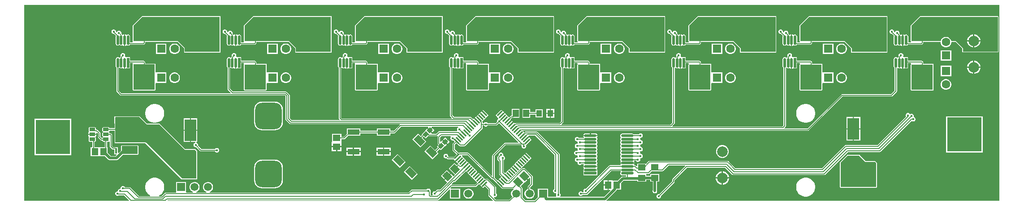
<source format=gbr>
%TF.GenerationSoftware,Altium Limited,Altium Designer,24.0.1 (36)*%
G04 Layer_Physical_Order=4*
G04 Layer_Color=16711680*
%FSLAX45Y45*%
%MOMM*%
%TF.SameCoordinates,2C358838-E96C-4A59-A5A0-E9FE71613952*%
%TF.FilePolarity,Positive*%
%TF.FileFunction,Copper,L4,Bot,Signal*%
%TF.Part,Single*%
G01*
G75*
%TA.AperFunction,SMDPad,CuDef*%
%ADD13R,1.30464X1.45620*%
G04:AMPARAMS|DCode=15|XSize=1.30464mm|YSize=1.4562mm|CornerRadius=0mm|HoleSize=0mm|Usage=FLASHONLY|Rotation=225.000|XOffset=0mm|YOffset=0mm|HoleType=Round|Shape=Rectangle|*
%AMROTATEDRECTD15*
4,1,4,-0.05359,0.97610,0.97610,-0.05359,0.05359,-0.97610,-0.97610,0.05359,-0.05359,0.97610,0.0*
%
%ADD15ROTATEDRECTD15*%

%ADD17R,1.45620X1.30464*%
%ADD19R,1.20000X1.45000*%
%ADD26R,1.45000X1.20000*%
%TA.AperFunction,Conductor*%
%ADD29C,0.18000*%
%ADD30C,0.50000*%
%TA.AperFunction,ComponentPad*%
%ADD33C,2.00000*%
%ADD34R,1.50000X1.50000*%
%ADD35C,1.50000*%
%ADD36R,6.50000X6.50000*%
%ADD37C,1.60000*%
%ADD38R,1.60000X1.60000*%
G04:AMPARAMS|DCode=39|XSize=5mm|YSize=5mm|CornerRadius=1.25mm|HoleSize=0mm|Usage=FLASHONLY|Rotation=90.000|XOffset=0mm|YOffset=0mm|HoleType=Round|Shape=RoundedRectangle|*
%AMROUNDEDRECTD39*
21,1,5.00000,2.50000,0,0,90.0*
21,1,2.50000,5.00000,0,0,90.0*
1,1,2.50000,1.25000,1.25000*
1,1,2.50000,1.25000,-1.25000*
1,1,2.50000,-1.25000,-1.25000*
1,1,2.50000,-1.25000,1.25000*
%
%ADD39ROUNDEDRECTD39*%
%ADD40R,1.60000X1.60000*%
%TA.AperFunction,ViaPad*%
%ADD41C,0.35000*%
%ADD42C,0.50000*%
%ADD43C,0.45000*%
%TA.AperFunction,SMDPad,CuDef*%
%ADD44R,2.30000X1.10000*%
%ADD45R,1.10000X1.30000*%
G04:AMPARAMS|DCode=46|XSize=0.93108mm|YSize=0.81213mm|CornerRadius=0mm|HoleSize=0mm|Usage=FLASHONLY|Rotation=225.000|XOffset=0mm|YOffset=0mm|HoleType=Round|Shape=Rectangle|*
%AMROTATEDRECTD46*
4,1,4,0.04205,0.61632,0.61632,0.04205,-0.04205,-0.61632,-0.61632,-0.04205,0.04205,0.61632,0.0*
%
%ADD46ROTATEDRECTD46*%

%ADD47R,2.35283X0.49493*%
G04:AMPARAMS|DCode=48|XSize=2.35283mm|YSize=0.49493mm|CornerRadius=0.24746mm|HoleSize=0mm|Usage=FLASHONLY|Rotation=0.000|XOffset=0mm|YOffset=0mm|HoleType=Round|Shape=RoundedRectangle|*
%AMROUNDEDRECTD48*
21,1,2.35283,0.00000,0,0,0.0*
21,1,1.85790,0.49493,0,0,0.0*
1,1,0.49493,0.92895,0.00000*
1,1,0.49493,-0.92895,0.00000*
1,1,0.49493,-0.92895,0.00000*
1,1,0.49493,0.92895,0.00000*
%
%ADD48ROUNDEDRECTD48*%
G04:AMPARAMS|DCode=49|XSize=1.45mm|YSize=1.2mm|CornerRadius=0mm|HoleSize=0mm|Usage=FLASHONLY|Rotation=315.000|XOffset=0mm|YOffset=0mm|HoleType=Round|Shape=Rectangle|*
%AMROTATEDRECTD49*
4,1,4,-0.93692,0.08839,-0.08839,0.93692,0.93692,-0.08839,0.08839,-0.93692,-0.93692,0.08839,0.0*
%
%ADD49ROTATEDRECTD49*%

G04:AMPARAMS|DCode=50|XSize=1.8565mm|YSize=0.49798mm|CornerRadius=0.24899mm|HoleSize=0mm|Usage=FLASHONLY|Rotation=90.000|XOffset=0mm|YOffset=0mm|HoleType=Round|Shape=RoundedRectangle|*
%AMROUNDEDRECTD50*
21,1,1.85650,0.00000,0,0,90.0*
21,1,1.35852,0.49798,0,0,90.0*
1,1,0.49798,0.00000,0.67926*
1,1,0.49798,0.00000,-0.67926*
1,1,0.49798,0.00000,-0.67926*
1,1,0.49798,0.00000,0.67926*
%
%ADD50ROUNDEDRECTD50*%
%ADD51R,0.49798X1.85650*%
G04:AMPARAMS|DCode=52|XSize=1.3mm|YSize=1.9mm|CornerRadius=0mm|HoleSize=0mm|Usage=FLASHONLY|Rotation=225.000|XOffset=0mm|YOffset=0mm|HoleType=Round|Shape=Rectangle|*
%AMROTATEDRECTD52*
4,1,4,-0.21213,1.13137,1.13137,-0.21213,0.21213,-1.13137,-1.13137,0.21213,-0.21213,1.13137,0.0*
%
%ADD52ROTATEDRECTD52*%

%ADD53R,4.00000X1.80000*%
G04:AMPARAMS|DCode=54|XSize=1.1mm|YSize=0.6mm|CornerRadius=0.051mm|HoleSize=0mm|Usage=FLASHONLY|Rotation=0.000|XOffset=0mm|YOffset=0mm|HoleType=Round|Shape=RoundedRectangle|*
%AMROUNDEDRECTD54*
21,1,1.10000,0.49800,0,0,0.0*
21,1,0.99800,0.60000,0,0,0.0*
1,1,0.10200,0.49900,-0.24900*
1,1,0.10200,-0.49900,-0.24900*
1,1,0.10200,-0.49900,0.24900*
1,1,0.10200,0.49900,0.24900*
%
%ADD54ROUNDEDRECTD54*%
%ADD55R,0.45720X1.11760*%
%ADD56R,2.20000X4.10000*%
G04:AMPARAMS|DCode=57|XSize=0.3mm|YSize=1.2mm|CornerRadius=0mm|HoleSize=0mm|Usage=FLASHONLY|Rotation=315.000|XOffset=0mm|YOffset=0mm|HoleType=Round|Shape=Rectangle|*
%AMROTATEDRECTD57*
4,1,4,-0.53033,-0.31820,0.31820,0.53033,0.53033,0.31820,-0.31820,-0.53033,-0.53033,-0.31820,0.0*
%
%ADD57ROTATEDRECTD57*%

G04:AMPARAMS|DCode=58|XSize=0.3mm|YSize=1.2mm|CornerRadius=0mm|HoleSize=0mm|Usage=FLASHONLY|Rotation=225.000|XOffset=0mm|YOffset=0mm|HoleType=Round|Shape=Rectangle|*
%AMROTATEDRECTD58*
4,1,4,-0.31820,0.53033,0.53033,-0.31820,0.31820,-0.53033,-0.53033,0.31820,-0.31820,0.53033,0.0*
%
%ADD58ROTATEDRECTD58*%

G36*
X5100000Y4750000D02*
X4700000D01*
Y5230000D01*
X5100000D01*
Y4750000D01*
D02*
G37*
G36*
X19800000Y4745000D02*
X19400000D01*
Y5225000D01*
X19800000D01*
Y4745000D01*
D02*
G37*
G36*
X17700000D02*
X17300000D01*
Y5225000D01*
X17700000D01*
Y4745000D01*
D02*
G37*
G36*
X15600000D02*
X15200000D01*
Y5225000D01*
X15600000D01*
Y4745000D01*
D02*
G37*
G36*
X13500000D02*
X13100000D01*
Y5225000D01*
X13500000D01*
Y4745000D01*
D02*
G37*
G36*
X11400000D02*
X11000000D01*
Y5225000D01*
X11400000D01*
Y4745000D01*
D02*
G37*
G36*
X9300000D02*
X8900000D01*
Y5225000D01*
X9300000D01*
Y4745000D01*
D02*
G37*
G36*
X7200000D02*
X6800000D01*
Y5225000D01*
X7200000D01*
Y4745000D01*
D02*
G37*
G36*
X21061562Y2638438D02*
X13641060D01*
X13637291Y2646061D01*
X13636601Y2651138D01*
X13817526Y2832062D01*
X13817526Y2832063D01*
X13825859Y2844533D01*
X13827840Y2854490D01*
X13908510D01*
Y2971150D01*
X13958922Y3021561D01*
X14214799D01*
Y3002300D01*
X14385201D01*
Y3036561D01*
X14464799D01*
Y3002300D01*
X14511562D01*
Y2843258D01*
X14507500Y2833454D01*
Y2816546D01*
X14513969Y2800926D01*
X14525926Y2788970D01*
X14541547Y2782500D01*
X14558453D01*
X14574074Y2788970D01*
X14586031Y2800926D01*
X14592500Y2816546D01*
Y2833454D01*
X14588438Y2843258D01*
Y3002300D01*
X14635201D01*
Y3147700D01*
X14464799D01*
Y3113439D01*
X14385201D01*
Y3147700D01*
X14397829Y3147875D01*
X14432500D01*
X14440967Y3149559D01*
X14448145Y3154355D01*
X14496091Y3202300D01*
X14635201D01*
Y3202875D01*
X14695000D01*
X14703467Y3204559D01*
X14710645Y3209355D01*
X14811353Y3310063D01*
X15120813D01*
X15126074Y3297363D01*
X14886533Y3057822D01*
X14881737Y3050644D01*
X14880052Y3042178D01*
Y3011342D01*
X14635403Y2766692D01*
X14633453Y2767500D01*
X14616547D01*
X14600926Y2761030D01*
X14588969Y2749074D01*
X14582500Y2733454D01*
Y2716546D01*
X14588969Y2700926D01*
X14600926Y2688970D01*
X14616547Y2682500D01*
X14633453D01*
X14649074Y2688970D01*
X14661031Y2700926D01*
X14667500Y2716546D01*
Y2733454D01*
X14666693Y2735403D01*
X14917822Y2986533D01*
X14922618Y2993711D01*
X14924303Y3002177D01*
Y3033013D01*
X15158353Y3267064D01*
X15880025D01*
X16012733Y3134355D01*
X16019910Y3129559D01*
X16028377Y3127875D01*
X17750000D01*
X17758467Y3129559D01*
X17765645Y3134355D01*
X18198164Y3566875D01*
X18799812D01*
X18808278Y3568559D01*
X18815456Y3573355D01*
X19400256Y4158156D01*
X19407410Y4151003D01*
X19423030Y4144533D01*
X19439937D01*
X19455557Y4151003D01*
X19467514Y4162958D01*
X19473984Y4178579D01*
Y4195486D01*
X19467514Y4211107D01*
X19455557Y4223062D01*
X19449611Y4225526D01*
X19442384Y4241266D01*
X19442500Y4241546D01*
Y4258454D01*
X19436031Y4274074D01*
X19424074Y4286030D01*
X19408453Y4292500D01*
X19391547D01*
X19375926Y4286030D01*
X19362439Y4290503D01*
X19354735Y4298206D01*
X19339114Y4304676D01*
X19322208D01*
X19306587Y4298206D01*
X19294630Y4286251D01*
X19288161Y4270630D01*
Y4253723D01*
X19294630Y4238103D01*
X19295317Y4237417D01*
X18755025Y3697125D01*
X18155000D01*
X18146533Y3695441D01*
X18139355Y3690645D01*
X17706836Y3258125D01*
X16073164D01*
X15965645Y3365645D01*
X15965643Y3365645D01*
X15953050Y3378239D01*
X15953050Y3378240D01*
X15940456Y3390833D01*
X15933278Y3395629D01*
X15924811Y3397314D01*
X14447688D01*
X14439223Y3395629D01*
X14432043Y3390833D01*
X14395149Y3353939D01*
X14385201Y3347700D01*
Y3347700D01*
X14385201Y3347700D01*
X14214799D01*
Y3302049D01*
X14203067Y3297188D01*
X14192110Y3308145D01*
X14184932Y3312941D01*
X14176465Y3314625D01*
X14159644D01*
X14156419Y3319532D01*
X14154063Y3327325D01*
X14162560Y3340041D01*
X14164043Y3347500D01*
X13890985D01*
X13892468Y3340041D01*
X13900964Y3327325D01*
X13898608Y3319532D01*
X13895386Y3314625D01*
X13702499D01*
X13694032Y3312941D01*
X13686855Y3308145D01*
X13250403Y2871693D01*
X13248454Y2872500D01*
X13231546D01*
X13215926Y2866030D01*
X13203970Y2854074D01*
X13197501Y2838454D01*
Y2821546D01*
X13202322Y2809904D01*
X13196043Y2798431D01*
X13186301Y2798420D01*
X13186031Y2799074D01*
X13174074Y2811030D01*
X13158453Y2817500D01*
X13141547D01*
X13125926Y2811030D01*
X13113969Y2799074D01*
X13107500Y2783454D01*
Y2766546D01*
X13113969Y2750926D01*
X13125926Y2738970D01*
X13141547Y2732500D01*
X13158453D01*
X13174074Y2738970D01*
X13186031Y2750926D01*
X13186050Y2750975D01*
X13263570D01*
X13272035Y2752659D01*
X13279213Y2757455D01*
X13727133Y3205375D01*
X13900087D01*
X13906648Y3193620D01*
X13905650Y3186546D01*
X13899345Y3177111D01*
X13896439Y3162500D01*
X13899345Y3147889D01*
X13907622Y3135503D01*
X13920007Y3127226D01*
X13934619Y3124320D01*
X14005389D01*
Y3098439D01*
X13943001D01*
X13942999Y3098439D01*
X13928290Y3095512D01*
X13915820Y3087180D01*
X13854149Y3025510D01*
X13754652D01*
Y3032810D01*
X13679420D01*
Y2940000D01*
Y2847190D01*
X13707339D01*
X13712199Y2835457D01*
X13592281Y2715539D01*
X12767236D01*
X12761988Y2728239D01*
X12767500Y2741546D01*
Y2758454D01*
X12761030Y2774074D01*
X12750163Y2784941D01*
Y3521962D01*
X12748479Y3530429D01*
X12743683Y3537607D01*
X12337645Y3943645D01*
X12330467Y3948441D01*
X12322000Y3950125D01*
X12104683D01*
X12096216Y3948441D01*
X12089038Y3943645D01*
X12080690Y3935296D01*
X12058598Y3957388D01*
X12063459Y3969121D01*
X13463736D01*
X13470000Y3967875D01*
X13795712D01*
X13801978Y3969121D01*
X17441246D01*
X17449713Y3970805D01*
X17456891Y3975601D01*
X18099164Y4617875D01*
X19020000D01*
X19028467Y4619559D01*
X19035645Y4624355D01*
X19118146Y4706855D01*
X19122942Y4714033D01*
X19124625Y4722500D01*
Y5157189D01*
X19136365Y5163872D01*
X19143497Y5162807D01*
X19152829Y5156571D01*
X19167500Y5153653D01*
X19182170Y5156571D01*
X19185434Y5158752D01*
X19200130Y5159618D01*
X19214981Y5149694D01*
X19222501Y5148199D01*
Y5259914D01*
X19242500D01*
Y5148199D01*
X19250018Y5149694D01*
X19250029Y5149701D01*
X19251123Y5150402D01*
X19259901Y5154389D01*
X19335098D01*
Y5252875D01*
X19381204D01*
X19387300Y5242700D01*
Y5227527D01*
X19386253Y5225000D01*
Y4745000D01*
X19390280Y4735280D01*
X19400000Y4731253D01*
X19800000D01*
X19809720Y4735280D01*
X19813747Y4745000D01*
Y5225000D01*
X19812700Y5227527D01*
Y5242700D01*
X19622125D01*
Y5264456D01*
X19620441Y5272923D01*
X19615645Y5280101D01*
X19605099Y5290645D01*
X19597922Y5295441D01*
X19589456Y5297125D01*
X19335098D01*
Y5365439D01*
X19259901D01*
X19251123Y5369427D01*
X19250029Y5370127D01*
X19250018Y5370134D01*
X19247360Y5370663D01*
X19239833Y5385109D01*
X19242500Y5391546D01*
Y5408454D01*
X19236031Y5424074D01*
X19224074Y5436030D01*
X19208453Y5442500D01*
X19191547D01*
X19175926Y5436030D01*
X19163969Y5424074D01*
X19157500Y5408454D01*
Y5391546D01*
X19160448Y5384431D01*
X19157939Y5381923D01*
X19153143Y5374745D01*
X19151459Y5366278D01*
Y5362342D01*
X19143497Y5357021D01*
X19135001Y5355753D01*
X19126505Y5357021D01*
X19117171Y5363258D01*
X19102499Y5366176D01*
X19087830Y5363258D01*
X19075394Y5354948D01*
X19067084Y5342511D01*
X19064165Y5327840D01*
Y5191988D01*
X19067084Y5177318D01*
X19075394Y5164881D01*
X19080376Y5161552D01*
Y4731665D01*
X19010835Y4662125D01*
X18089999D01*
X18081532Y4660441D01*
X18074355Y4655645D01*
X17432082Y4013371D01*
X17001254D01*
X16996394Y4025104D01*
X17018146Y4046856D01*
X17022942Y4054034D01*
X17024626Y4062500D01*
Y5161552D01*
X17029608Y5164881D01*
X17040393D01*
X17052831Y5156571D01*
X17067500Y5153653D01*
X17082172Y5156571D01*
X17085434Y5158752D01*
X17100130Y5159618D01*
X17114983Y5149694D01*
X17122501Y5148198D01*
Y5259914D01*
X17142500D01*
Y5148199D01*
X17150018Y5149694D01*
X17150031Y5149701D01*
X17151123Y5150402D01*
X17159901Y5154389D01*
X17235098D01*
Y5252875D01*
X17281204D01*
X17287300Y5242700D01*
Y5227528D01*
X17286253Y5225000D01*
Y4745000D01*
X17290280Y4735280D01*
X17300000Y4731253D01*
X17700000D01*
X17709720Y4735280D01*
X17713747Y4745000D01*
Y4866680D01*
X17723000Y4875000D01*
X17726447Y4875000D01*
X17923000D01*
Y5075000D01*
X17726447D01*
X17723000Y5075000D01*
X17713747Y5083320D01*
Y5225000D01*
X17712700Y5227526D01*
Y5242700D01*
X17522125D01*
Y5264456D01*
X17520441Y5272923D01*
X17515645Y5280101D01*
X17505101Y5290645D01*
X17497923Y5295441D01*
X17489456Y5297125D01*
X17235098D01*
Y5365439D01*
X17159901D01*
X17151123Y5369427D01*
X17150031Y5370127D01*
X17150018Y5370134D01*
X17147360Y5370663D01*
X17139833Y5385109D01*
X17142500Y5391546D01*
Y5408454D01*
X17136031Y5424074D01*
X17124074Y5436030D01*
X17108453Y5442500D01*
X17091547D01*
X17075926Y5436030D01*
X17063969Y5424074D01*
X17057500Y5408454D01*
Y5391546D01*
X17060448Y5384431D01*
X17057941Y5381923D01*
X17053143Y5374745D01*
X17051459Y5366278D01*
Y5362342D01*
X17040393Y5354948D01*
X17029608D01*
X17017171Y5363258D01*
X17002499Y5366176D01*
X16987830Y5363258D01*
X16975394Y5354948D01*
X16967084Y5342511D01*
X16964165Y5327840D01*
Y5191988D01*
X16967084Y5177318D01*
X16975394Y5164881D01*
X16980376Y5161552D01*
Y4071665D01*
X16956065Y4047356D01*
X14885239D01*
X14880379Y4059089D01*
X14918146Y4096855D01*
X14922942Y4104033D01*
X14924625Y4112500D01*
Y5161552D01*
X14929607Y5164881D01*
X14940393D01*
X14952829Y5156571D01*
X14967500Y5153653D01*
X14982170Y5156571D01*
X14985434Y5158752D01*
X15000130Y5159618D01*
X15014981Y5149694D01*
X15022501Y5148199D01*
Y5259914D01*
X15042500D01*
Y5148199D01*
X15050018Y5149694D01*
X15050029Y5149701D01*
X15051123Y5150402D01*
X15059901Y5154389D01*
X15135098D01*
Y5252875D01*
X15181204D01*
X15187300Y5242700D01*
Y5227527D01*
X15186253Y5225000D01*
Y4745000D01*
X15190280Y4735280D01*
X15200000Y4731253D01*
X15600000D01*
X15609720Y4735280D01*
X15613747Y4745000D01*
Y4866680D01*
X15623000Y4875000D01*
X15626447Y4875000D01*
X15823000D01*
Y5075000D01*
X15626447D01*
X15623000Y5075000D01*
X15613747Y5083320D01*
Y5225000D01*
X15612700Y5227527D01*
Y5242700D01*
X15422125D01*
Y5264456D01*
X15420441Y5272923D01*
X15415645Y5280101D01*
X15405101Y5290645D01*
X15397922Y5295441D01*
X15389456Y5297125D01*
X15135098D01*
Y5365439D01*
X15059901D01*
X15051123Y5369427D01*
X15050029Y5370127D01*
X15050018Y5370134D01*
X15047360Y5370663D01*
X15039833Y5385109D01*
X15042500Y5391546D01*
Y5408454D01*
X15036031Y5424074D01*
X15024074Y5436030D01*
X15008453Y5442500D01*
X14991547D01*
X14975926Y5436030D01*
X14963969Y5424074D01*
X14957500Y5408454D01*
Y5391546D01*
X14960448Y5384431D01*
X14957939Y5381923D01*
X14953143Y5374745D01*
X14951459Y5366278D01*
Y5362342D01*
X14940393Y5354948D01*
X14929607D01*
X14917171Y5363258D01*
X14902499Y5366176D01*
X14887830Y5363258D01*
X14875394Y5354948D01*
X14867084Y5342511D01*
X14864165Y5327840D01*
Y5191988D01*
X14867084Y5177318D01*
X14875394Y5164881D01*
X14880376Y5161552D01*
Y4121665D01*
X14841422Y4082712D01*
X12790595D01*
X12785735Y4094445D01*
X12818146Y4126855D01*
X12822942Y4134033D01*
X12824625Y4142500D01*
Y5157189D01*
X12836365Y5163872D01*
X12843497Y5162807D01*
X12852831Y5156571D01*
X12867500Y5153653D01*
X12882172Y5156571D01*
X12885434Y5158752D01*
X12900130Y5159618D01*
X12914983Y5149694D01*
X12922501Y5148199D01*
Y5259914D01*
X12942500D01*
Y5148199D01*
X12950018Y5149694D01*
X12950029Y5149701D01*
X12951123Y5150402D01*
X12959901Y5154389D01*
X13035098D01*
Y5252875D01*
X13081204D01*
X13087300Y5242700D01*
Y5227527D01*
X13086253Y5225000D01*
Y4745000D01*
X13090280Y4735280D01*
X13100000Y4731253D01*
X13500000D01*
X13509720Y4735280D01*
X13513747Y4745000D01*
Y4866681D01*
X13523000Y4875000D01*
X13526447Y4875000D01*
X13723000D01*
Y5075000D01*
X13526447D01*
X13523000Y5075000D01*
X13513747Y5083319D01*
Y5225000D01*
X13512700Y5227527D01*
Y5242700D01*
X13322125D01*
Y5264456D01*
X13320441Y5272923D01*
X13315645Y5280101D01*
X13305101Y5290645D01*
X13297923Y5295441D01*
X13289456Y5297125D01*
X13035098D01*
Y5365439D01*
X12959901D01*
X12951123Y5369427D01*
X12950029Y5370127D01*
X12950018Y5370134D01*
X12947360Y5370663D01*
X12939833Y5385109D01*
X12942500Y5391546D01*
Y5408454D01*
X12936031Y5424074D01*
X12924074Y5436030D01*
X12908453Y5442500D01*
X12891547D01*
X12875926Y5436030D01*
X12863969Y5424074D01*
X12857500Y5408454D01*
Y5391546D01*
X12860448Y5384431D01*
X12857939Y5381923D01*
X12853143Y5374745D01*
X12851459Y5366278D01*
Y5362342D01*
X12843497Y5357021D01*
X12835001Y5355753D01*
X12826505Y5357021D01*
X12817171Y5363258D01*
X12802499Y5366176D01*
X12787830Y5363258D01*
X12775393Y5354948D01*
X12767083Y5342511D01*
X12764164Y5327840D01*
Y5191988D01*
X12767083Y5177318D01*
X12775393Y5164881D01*
X12780375Y5161552D01*
Y4151665D01*
X12746777Y4118067D01*
X11919072D01*
X11912144Y4116689D01*
X11899547Y4116439D01*
X11824894Y4191092D01*
X11848177Y4214375D01*
X11869000D01*
X11871137Y4214800D01*
X11992700D01*
Y4385200D01*
X11847300D01*
Y4258625D01*
X11839013D01*
X11830546Y4256941D01*
X11823368Y4252145D01*
X11793605Y4222382D01*
X11727932Y4288054D01*
X11733094Y4293216D01*
X11715416Y4310894D01*
X11658848Y4254325D01*
X11644705Y4268467D01*
X11701274Y4325036D01*
X11683596Y4342713D01*
X11678435Y4337551D01*
X11648241Y4367745D01*
X11545428Y4264932D01*
X11575621Y4234738D01*
X11570459Y4229576D01*
X11596063Y4203972D01*
X11593083Y4188992D01*
X11587784Y4186796D01*
X11575828Y4174841D01*
X11569358Y4159220D01*
Y4142313D01*
X11570165Y4140364D01*
X11544283Y4114481D01*
X11391404D01*
X11390597Y4116430D01*
X11378641Y4128386D01*
X11363021Y4134856D01*
X11346113D01*
X11330493Y4128386D01*
X11318537Y4116430D01*
X11317730Y4114481D01*
X11297125D01*
Y4134713D01*
X11295441Y4143179D01*
X11290645Y4150357D01*
X11290321Y4150681D01*
X11330043Y4190403D01*
X11404572Y4264932D01*
X11301759Y4367745D01*
X11227230Y4293216D01*
X11165499Y4231485D01*
X11160337Y4236647D01*
X11142660Y4218970D01*
X11199229Y4162401D01*
X11185087Y4148259D01*
X11128518Y4204828D01*
X11115878Y4192188D01*
X11082422Y4225645D01*
X11075244Y4230441D01*
X11066777Y4232125D01*
X10759165D01*
X10724625Y4266664D01*
Y5161552D01*
X10729607Y5164881D01*
X10740393D01*
X10752830Y5156571D01*
X10767500Y5153653D01*
X10782171Y5156571D01*
X10785434Y5158752D01*
X10800130Y5159618D01*
X10814982Y5149694D01*
X10822501Y5148199D01*
Y5259914D01*
X10842501D01*
Y5148199D01*
X10850019Y5149694D01*
X10850030Y5149701D01*
X10851123Y5150402D01*
X10859901Y5154389D01*
X10935099D01*
Y5252875D01*
X10981204D01*
X10987300Y5242700D01*
Y5227527D01*
X10986254Y5225000D01*
Y4745000D01*
X10990280Y4735280D01*
X11000000Y4731253D01*
X11400000D01*
X11409720Y4735280D01*
X11413747Y4745000D01*
Y4866681D01*
X11423001Y4875000D01*
X11426447Y4875000D01*
X11623000D01*
Y5075000D01*
X11426447D01*
X11423001Y5075000D01*
X11413747Y5083319D01*
Y5225000D01*
X11412700Y5227527D01*
Y5242700D01*
X11222125D01*
Y5264456D01*
X11220441Y5272923D01*
X11215645Y5280101D01*
X11205101Y5290645D01*
X11197923Y5295441D01*
X11189456Y5297125D01*
X10935099D01*
Y5365439D01*
X10859901D01*
X10851123Y5369427D01*
X10850030Y5370127D01*
X10850019Y5370134D01*
X10847360Y5370663D01*
X10839833Y5385109D01*
X10842500Y5391546D01*
Y5408454D01*
X10836030Y5424074D01*
X10824074Y5436030D01*
X10808454Y5442500D01*
X10791546D01*
X10775926Y5436030D01*
X10763970Y5424074D01*
X10757500Y5408454D01*
Y5391546D01*
X10760447Y5384431D01*
X10757940Y5381923D01*
X10753144Y5374745D01*
X10751459Y5366278D01*
Y5362342D01*
X10740393Y5354948D01*
X10729607D01*
X10717171Y5363258D01*
X10702500Y5366176D01*
X10687830Y5363258D01*
X10675393Y5354948D01*
X10667083Y5342511D01*
X10664165Y5327840D01*
Y5191988D01*
X10667083Y5177318D01*
X10675393Y5164881D01*
X10680375Y5161552D01*
Y4257500D01*
X10682059Y4249033D01*
X10686855Y4241855D01*
X10714852Y4213858D01*
X10709992Y4202125D01*
X8639165D01*
X8624625Y4216665D01*
Y5161552D01*
X8629607Y5164881D01*
X8640393D01*
X8652830Y5156571D01*
X8667500Y5153653D01*
X8682171Y5156571D01*
X8685434Y5158752D01*
X8700130Y5159618D01*
X8714982Y5149694D01*
X8722500Y5148199D01*
Y5259915D01*
X8742500D01*
Y5148199D01*
X8750019Y5149694D01*
X8750029Y5149701D01*
X8751123Y5150402D01*
X8759901Y5154389D01*
X8835099D01*
Y5252875D01*
X8881204D01*
X8887300Y5242700D01*
Y5227527D01*
X8886253Y5225000D01*
Y4745000D01*
X8890280Y4735280D01*
X8900000Y4731253D01*
X9300000D01*
X9309720Y4735280D01*
X9313746Y4745000D01*
Y4866681D01*
X9323000Y4875000D01*
X9326447Y4875000D01*
X9523000D01*
Y5075000D01*
X9326447D01*
X9323000Y5075000D01*
X9313746Y5083319D01*
Y5225000D01*
X9312700Y5227527D01*
Y5242700D01*
X9122125D01*
Y5264456D01*
X9120441Y5272923D01*
X9115645Y5280101D01*
X9105101Y5290645D01*
X9097923Y5295441D01*
X9089456Y5297125D01*
X8835099D01*
Y5365439D01*
X8759901D01*
X8751123Y5369427D01*
X8750029Y5370127D01*
X8750019Y5370134D01*
X8747360Y5370663D01*
X8739833Y5385109D01*
X8742500Y5391546D01*
Y5408454D01*
X8736030Y5424074D01*
X8724074Y5436030D01*
X8708454Y5442500D01*
X8691546D01*
X8675926Y5436030D01*
X8663970Y5424074D01*
X8657500Y5408454D01*
Y5391546D01*
X8660447Y5384431D01*
X8657940Y5381923D01*
X8653143Y5374745D01*
X8651459Y5366278D01*
Y5362342D01*
X8640393Y5354948D01*
X8629607D01*
X8617171Y5363258D01*
X8602500Y5366176D01*
X8587830Y5363258D01*
X8575393Y5354948D01*
X8567083Y5342511D01*
X8564164Y5327840D01*
Y5191988D01*
X8567083Y5177318D01*
X8575393Y5164881D01*
X8580375Y5161552D01*
Y4207500D01*
X8582059Y4199033D01*
X8586855Y4191855D01*
X8594852Y4183859D01*
X8589992Y4172125D01*
X7689164D01*
X7654424Y4206866D01*
Y4637702D01*
X7652740Y4646169D01*
X7647944Y4653347D01*
X7595645Y4705645D01*
X7588467Y4710441D01*
X7580000Y4712125D01*
X6579165D01*
X6524626Y4766664D01*
Y5161552D01*
X6529607Y5164881D01*
X6540393D01*
X6552830Y5156571D01*
X6567500Y5153653D01*
X6582171Y5156571D01*
X6585434Y5158752D01*
X6600130Y5159618D01*
X6614982Y5149694D01*
X6622500Y5148199D01*
Y5259914D01*
X6642500D01*
Y5148199D01*
X6650019Y5149694D01*
X6650030Y5149701D01*
X6651123Y5150402D01*
X6659901Y5154389D01*
X6735099D01*
Y5252875D01*
X6781204D01*
X6787300Y5242700D01*
Y5227527D01*
X6786254Y5225000D01*
Y4745000D01*
X6790280Y4735280D01*
X6800000Y4731253D01*
X7200000D01*
X7209720Y4735280D01*
X7213747Y4745000D01*
Y4866681D01*
X7223001Y4875000D01*
X7226447Y4875000D01*
X7423000D01*
Y5075000D01*
X7226447D01*
X7223001Y5075000D01*
X7213747Y5083319D01*
Y5225000D01*
X7212700Y5227527D01*
Y5242700D01*
X7022125D01*
Y5264456D01*
X7020441Y5272923D01*
X7015645Y5280101D01*
X7005101Y5290645D01*
X6997923Y5295441D01*
X6989456Y5297125D01*
X6735099D01*
Y5365439D01*
X6659901D01*
X6651123Y5369427D01*
X6650030Y5370127D01*
X6650019Y5370134D01*
X6647360Y5370663D01*
X6639833Y5385109D01*
X6642500Y5391546D01*
Y5408454D01*
X6636030Y5424074D01*
X6624074Y5436030D01*
X6608454Y5442500D01*
X6591546D01*
X6575926Y5436030D01*
X6563970Y5424074D01*
X6557500Y5408454D01*
Y5391546D01*
X6560447Y5384431D01*
X6557940Y5381923D01*
X6553144Y5374745D01*
X6551459Y5366278D01*
Y5362342D01*
X6543496Y5357021D01*
X6529607Y5354948D01*
X6517171Y5363258D01*
X6502500Y5366176D01*
X6487830Y5363258D01*
X6475393Y5354948D01*
X6467083Y5342511D01*
X6464165Y5327840D01*
Y5191988D01*
X6467083Y5177318D01*
X6475393Y5164881D01*
X6480375Y5161552D01*
Y4757500D01*
X6482059Y4749033D01*
X6486855Y4741855D01*
X6536808Y4691902D01*
X6531948Y4680169D01*
X4476121D01*
X4424625Y4731665D01*
Y5161552D01*
X4429607Y5164881D01*
X4440393D01*
X4452830Y5156571D01*
X4467500Y5153653D01*
X4482171Y5156571D01*
X4485434Y5158752D01*
X4500130Y5159618D01*
X4514982Y5149694D01*
X4522500Y5148199D01*
Y5259915D01*
X4542500D01*
Y5148199D01*
X4550019Y5149694D01*
X4550030Y5149701D01*
X4551123Y5150402D01*
X4559901Y5154389D01*
X4635099D01*
Y5252875D01*
X4681204D01*
X4687300Y5242700D01*
Y5232527D01*
X4686254Y5230000D01*
Y4750000D01*
X4690280Y4740280D01*
X4700000Y4736253D01*
X5100000D01*
X5109720Y4740280D01*
X5113746Y4750000D01*
Y4866681D01*
X5123000Y4875000D01*
X5126447Y4875000D01*
X5323000D01*
Y5075000D01*
X5126447D01*
X5123000Y5075000D01*
X5113746Y5083319D01*
Y5230000D01*
X5112700Y5232526D01*
Y5242700D01*
X5102526D01*
X5100000Y5243746D01*
X4922125D01*
Y5264456D01*
X4920441Y5272923D01*
X4915645Y5280101D01*
X4905101Y5290645D01*
X4897923Y5295441D01*
X4889456Y5297125D01*
X4635099D01*
Y5365439D01*
X4559901D01*
X4551123Y5369427D01*
X4550030Y5370127D01*
X4550019Y5370134D01*
X4547360Y5370663D01*
X4539833Y5385109D01*
X4542500Y5391546D01*
Y5408454D01*
X4536030Y5424074D01*
X4524074Y5436030D01*
X4508454Y5442500D01*
X4491546D01*
X4475926Y5436030D01*
X4463970Y5424074D01*
X4457500Y5408454D01*
Y5391546D01*
X4460447Y5384431D01*
X4457940Y5381923D01*
X4453143Y5374745D01*
X4451459Y5366278D01*
Y5362342D01*
X4443496Y5357021D01*
X4429607Y5354948D01*
X4417171Y5363258D01*
X4402500Y5366176D01*
X4387830Y5363258D01*
X4375393Y5354948D01*
X4367083Y5342511D01*
X4364164Y5327840D01*
Y5191988D01*
X4367083Y5177318D01*
X4375393Y5164881D01*
X4380375Y5161552D01*
Y4722500D01*
X4382059Y4714033D01*
X4386855Y4706855D01*
X4451311Y4642399D01*
X4458489Y4637603D01*
X4466956Y4635919D01*
X7562792D01*
X7574225Y4624486D01*
Y4183650D01*
X7575909Y4175183D01*
X7580705Y4168005D01*
X7647000Y4101710D01*
X7654178Y4096914D01*
X7662645Y4095230D01*
X9726648D01*
X9726977Y4094821D01*
X9731240Y4082530D01*
X9615835Y3967125D01*
X9552700D01*
Y4012700D01*
X9297300D01*
Y3967125D01*
X8982700D01*
Y4012700D01*
X8727300D01*
Y3908590D01*
X8671414Y3852703D01*
X8625510D01*
Y3908510D01*
X8454490D01*
Y3754654D01*
X8447190D01*
Y3679422D01*
X8540000D01*
X8632810D01*
Y3754654D01*
X8625510D01*
Y3808453D01*
X8680579D01*
X8689045Y3810137D01*
X8696223Y3814933D01*
X8758590Y3877300D01*
X8982700D01*
Y3922875D01*
X9297300D01*
Y3877300D01*
X9552700D01*
Y3922875D01*
X9625000D01*
X9633467Y3924559D01*
X9640645Y3929355D01*
X9759165Y4047875D01*
X10265571D01*
X10270431Y4036142D01*
X10262436Y4028147D01*
X10298220Y3992363D01*
X10338210Y4032353D01*
X10334422Y4036142D01*
X10339282Y4047875D01*
X10834843D01*
X10837369Y4035175D01*
X10829152Y4031771D01*
X10817196Y4019815D01*
X10810726Y4004195D01*
Y3987288D01*
X10815888Y3974825D01*
X10810145Y3962125D01*
X10479289D01*
X10470823Y3960441D01*
X10463645Y3955645D01*
X10417713Y3909714D01*
X10332018D01*
X10327158Y3921447D01*
X10334005Y3928294D01*
X10291149Y3971150D01*
X10248294Y4014005D01*
X10208305Y3974015D01*
X10213467Y3968853D01*
X10142187Y3897573D01*
X10149235Y3890525D01*
X10128752Y3870041D01*
X10080104Y3918689D01*
X9970220Y3808804D01*
X10122530Y3656494D01*
X10232415Y3766378D01*
X10160041Y3838752D01*
X10180525Y3859235D01*
X10217574Y3822187D01*
X10266941Y3871554D01*
X10273536Y3867148D01*
X10282003Y3865463D01*
X10426878D01*
X10435345Y3867148D01*
X10442523Y3871944D01*
X10443430Y3872851D01*
X10453295Y3864755D01*
X10449559Y3859164D01*
X10447875Y3850697D01*
Y3721335D01*
X10449559Y3712868D01*
X10454355Y3705690D01*
X10457329Y3702716D01*
X10430408Y3675794D01*
X10452456Y3653746D01*
X10398752Y3600041D01*
X10306378Y3692415D01*
X10196494Y3582530D01*
X10348805Y3430220D01*
X10458689Y3540104D01*
X10430042Y3568751D01*
X10483746Y3622456D01*
X10505795Y3600408D01*
X10577075Y3671687D01*
X10582236Y3666526D01*
X10622226Y3706515D01*
X10579370Y3749370D01*
X10536515Y3792226D01*
X10504825Y3760535D01*
X10492125Y3765796D01*
Y3841532D01*
X10518468Y3867875D01*
X10689810D01*
X10695071Y3855175D01*
X10693970Y3854074D01*
X10687500Y3838454D01*
Y3821546D01*
X10693970Y3805926D01*
X10705926Y3793970D01*
X10721546Y3787500D01*
X10738454D01*
X10741666Y3788831D01*
X10768017Y3762479D01*
X10734355Y3728818D01*
X10729559Y3721639D01*
X10727875Y3713173D01*
Y3608952D01*
X10729559Y3600486D01*
X10734355Y3593308D01*
X10804079Y3523583D01*
X10754380Y3473884D01*
X10653655D01*
X10642500Y3485040D01*
Y3498454D01*
X10636030Y3514074D01*
X10624074Y3526030D01*
X10608454Y3532500D01*
X10591546D01*
X10575926Y3526030D01*
X10563970Y3514074D01*
X10557500Y3498454D01*
Y3481546D01*
X10563970Y3465926D01*
X10575926Y3453970D01*
X10591546Y3447500D01*
X10608454D01*
X10614822Y3450138D01*
X10628846Y3436114D01*
X10636024Y3431318D01*
X10644491Y3429633D01*
X10752556D01*
X10760247Y3419363D01*
X10757287Y3416403D01*
X10774964Y3398726D01*
X10831533Y3455294D01*
X10845675Y3441152D01*
X10789106Y3384584D01*
X10806784Y3366906D01*
X10811946Y3372068D01*
X10841959Y3342055D01*
X10836698Y3329355D01*
X10832230D01*
X10823762Y3327670D01*
X10816585Y3322874D01*
X10806473Y3312762D01*
X10761872Y3357363D01*
X10659059Y3254550D01*
X10777771Y3135837D01*
X10744324Y3102391D01*
X10692929Y3153787D01*
X10636360Y3097218D01*
X10579792Y3040650D01*
X10631188Y2989254D01*
X10494059Y2852125D01*
X10440000D01*
X10431533Y2850441D01*
X10424355Y2845645D01*
X10400403Y2821693D01*
X10398454Y2822500D01*
X10381546D01*
X10365926Y2816030D01*
X10353970Y2804074D01*
X10347500Y2788454D01*
Y2771546D01*
X10353142Y2757925D01*
X10348078Y2745225D01*
X10316065D01*
X10312125Y2749165D01*
Y2805956D01*
X10310441Y2814423D01*
X10309890Y2815247D01*
X10312500Y2821546D01*
Y2838454D01*
X10306030Y2854074D01*
X10294074Y2866030D01*
X10278454Y2872500D01*
X10261546D01*
X10245926Y2866030D01*
X10233970Y2854074D01*
X10233163Y2852125D01*
X9955000D01*
X9946533Y2850441D01*
X9939355Y2845645D01*
X9890835Y2797125D01*
X6140187D01*
X6138515Y2809825D01*
X6144668Y2811474D01*
X6166331Y2823981D01*
X6184019Y2841669D01*
X6196526Y2863332D01*
X6203000Y2887493D01*
Y2912507D01*
X6196526Y2936668D01*
X6184019Y2958331D01*
X6166331Y2976019D01*
X6144668Y2988526D01*
X6120507Y2995000D01*
X6095493D01*
X6071332Y2988526D01*
X6049669Y2976019D01*
X6031981Y2958331D01*
X6019474Y2936668D01*
X6013000Y2912507D01*
Y2887493D01*
X6019474Y2863332D01*
X6031981Y2841669D01*
X6049669Y2823981D01*
X6071332Y2811474D01*
X6077485Y2809825D01*
X6075813Y2797125D01*
X5886187D01*
X5884515Y2809825D01*
X5890668Y2811474D01*
X5912331Y2823981D01*
X5930019Y2841669D01*
X5942526Y2863332D01*
X5949000Y2887493D01*
Y2912507D01*
X5942526Y2936668D01*
X5930019Y2958331D01*
X5912331Y2976019D01*
X5890668Y2988526D01*
X5866507Y2995000D01*
X5841493D01*
X5817332Y2988526D01*
X5795669Y2976019D01*
X5777981Y2958331D01*
X5765474Y2936668D01*
X5759000Y2912507D01*
Y2887493D01*
X5765474Y2863332D01*
X5777981Y2841669D01*
X5795669Y2823981D01*
X5817332Y2811474D01*
X5823485Y2809825D01*
X5821813Y2797125D01*
X5704438D01*
X5695000Y2805000D01*
X5695000Y2809826D01*
Y2995000D01*
X5505000D01*
Y2809826D01*
X5505000Y2805000D01*
X5495562Y2797125D01*
X5309102D01*
X5300636Y2795441D01*
X5293458Y2790645D01*
X5230537Y2727725D01*
X5187003D01*
X5184525Y2740181D01*
X5185262Y2740486D01*
X5214743Y2760185D01*
X5239815Y2785257D01*
X5259514Y2814738D01*
X5273083Y2847496D01*
X5280000Y2882271D01*
Y2917728D01*
X5273083Y2952504D01*
X5259514Y2985262D01*
X5239815Y3014743D01*
X5214743Y3039815D01*
X5185262Y3059514D01*
X5152504Y3073082D01*
X5117728Y3080000D01*
X5082272D01*
X5047496Y3073082D01*
X5014738Y3059514D01*
X4985257Y3039815D01*
X4960185Y3014743D01*
X4940486Y2985262D01*
X4926917Y2952504D01*
X4920000Y2917728D01*
Y2882271D01*
X4926917Y2847496D01*
X4940486Y2814738D01*
X4960185Y2785257D01*
X4985257Y2760185D01*
X5014738Y2740486D01*
X5015475Y2740181D01*
X5012997Y2727725D01*
X4803565D01*
X4640645Y2890645D01*
X4633467Y2895441D01*
X4625000Y2897125D01*
X4536837D01*
X4536030Y2899074D01*
X4524074Y2911030D01*
X4508454Y2917500D01*
X4491546D01*
X4475926Y2911030D01*
X4463970Y2899074D01*
X4457500Y2883454D01*
Y2867500D01*
X4441546D01*
X4425926Y2861030D01*
X4413970Y2849074D01*
X4407500Y2833454D01*
Y2817500D01*
X4391546D01*
X4375926Y2811030D01*
X4363970Y2799074D01*
X4357500Y2783454D01*
Y2766546D01*
X4363970Y2750926D01*
X4375926Y2738970D01*
X4391546Y2732500D01*
X4408454D01*
X4424074Y2738970D01*
X4431079Y2745975D01*
X4522736D01*
X4618539Y2650172D01*
X4613678Y2638438D01*
X2638438D01*
Y6361561D01*
X21061562D01*
Y2638438D01*
D02*
G37*
G36*
X11977732Y3753602D02*
X11972872Y3741869D01*
X11719744D01*
X11711277Y3740185D01*
X11704099Y3735389D01*
X11484355Y3515645D01*
X11479559Y3508467D01*
X11477875Y3500000D01*
Y3120008D01*
X11466142Y3115148D01*
X11035388Y3545901D01*
X11028210Y3550697D01*
X11019744Y3552382D01*
X10858412D01*
X10849945Y3550697D01*
X10843710Y3546532D01*
X10772125Y3618117D01*
Y3704008D01*
X10799307Y3731190D01*
X10835068Y3695428D01*
X10839010Y3699370D01*
X10854025Y3684355D01*
X10861203Y3679559D01*
X10869670Y3677875D01*
X10952899D01*
X10961366Y3679559D01*
X10968544Y3684355D01*
X11290645Y4006456D01*
X11295441Y4013634D01*
X11297125Y4022101D01*
Y4070231D01*
X11317730D01*
X11318537Y4068282D01*
X11330493Y4056327D01*
X11346113Y4049857D01*
X11363021D01*
X11378641Y4056327D01*
X11390597Y4068282D01*
X11391404Y4070231D01*
X11553447D01*
X11561914Y4071915D01*
X11569092Y4076711D01*
X11601455Y4109074D01*
X11603404Y4108267D01*
X11620311D01*
X11622260Y4109074D01*
X11977732Y3753602D01*
D02*
G37*
G36*
X12652875Y3515835D02*
Y2865368D01*
X12647064Y2862961D01*
X12635108Y2851005D01*
X12628638Y2835385D01*
Y2818477D01*
X12635108Y2802857D01*
X12647064Y2790901D01*
X12662684Y2784431D01*
X12679591D01*
X12682622Y2785687D01*
X12689816Y2774920D01*
X12688970Y2774074D01*
X12682500Y2758454D01*
Y2741546D01*
X12688012Y2728239D01*
X12682764Y2715539D01*
X12532000D01*
Y2870000D01*
X12342000D01*
Y2711290D01*
X12277835Y2647125D01*
X12109165D01*
X12047825Y2708464D01*
Y2815054D01*
X12047125Y2818573D01*
Y2881045D01*
X12045441Y2889512D01*
X12040645Y2896690D01*
X12016632Y2920703D01*
X12082174Y2986245D01*
X12087336Y2981083D01*
X12140533Y3034280D01*
X12074906Y3099906D01*
X12089048Y3114048D01*
X12154675Y3048422D01*
X12186141Y3079888D01*
X12197875Y3075028D01*
Y2959165D01*
X12155355Y2916645D01*
X12150559Y2909467D01*
X12148875Y2901000D01*
Y2864207D01*
X12146332Y2863526D01*
X12124669Y2851019D01*
X12106981Y2833331D01*
X12094474Y2811668D01*
X12088000Y2787507D01*
Y2762493D01*
X12094474Y2738332D01*
X12106981Y2716669D01*
X12124669Y2698981D01*
X12146332Y2686474D01*
X12170493Y2680000D01*
X12195507D01*
X12219668Y2686474D01*
X12241331Y2698981D01*
X12259019Y2716669D01*
X12271526Y2738332D01*
X12278000Y2762493D01*
Y2787507D01*
X12271526Y2811668D01*
X12259019Y2833331D01*
X12241331Y2851019D01*
X12219668Y2863526D01*
X12195507Y2870000D01*
X12193125D01*
Y2891835D01*
X12235645Y2934355D01*
X12240441Y2941533D01*
X12242125Y2950000D01*
Y3102219D01*
X12240441Y3110685D01*
X12235645Y3117863D01*
X12104276Y3249233D01*
X12097098Y3254029D01*
X12088631Y3255713D01*
X12053588D01*
X12045121Y3254029D01*
X12037943Y3249233D01*
X11791221Y3002510D01*
X11787156Y3003209D01*
X11782826Y3016840D01*
X11825018Y3059032D01*
X11860373Y3094387D01*
X11899547Y3133561D01*
X11966439Y3200453D01*
X12001795Y3235808D01*
X12072505Y3306519D01*
X12111679Y3345693D01*
X12143216Y3377230D01*
X12217745Y3451759D01*
X12114931Y3554572D01*
X12040402Y3480043D01*
X12005047Y3444688D01*
X11934337Y3373977D01*
X11902799Y3342440D01*
X11828270Y3267911D01*
X11792915Y3232555D01*
X11757560Y3197200D01*
X11722081Y3161721D01*
X11697125Y3186677D01*
Y3413163D01*
X11699074Y3413970D01*
X11711030Y3425926D01*
X11717500Y3441546D01*
Y3458454D01*
X11711030Y3474074D01*
X11699074Y3486030D01*
X11693126Y3488493D01*
X11685900Y3504233D01*
X11686016Y3504514D01*
Y3521421D01*
X11679546Y3537042D01*
X11667590Y3548997D01*
X11651970Y3555467D01*
X11635063D01*
X11619442Y3548997D01*
X11607487Y3537042D01*
X11601016Y3521421D01*
Y3504514D01*
X11601824Y3502565D01*
X11584355Y3485096D01*
X11579559Y3477918D01*
X11577875Y3469451D01*
Y3425000D01*
X11579559Y3416533D01*
X11584355Y3409355D01*
X11608496Y3385214D01*
Y3151180D01*
X11610181Y3142714D01*
X11614977Y3135536D01*
X11655436Y3095076D01*
X11625118Y3064759D01*
X11619957Y3069921D01*
X11602279Y3052243D01*
X11658848Y2995675D01*
X11644705Y2981533D01*
X11588137Y3038101D01*
X11575498Y3025462D01*
X11522125Y3078834D01*
Y3490836D01*
X11728908Y3697618D01*
X12026938D01*
X12033993Y3687059D01*
X12032500Y3683454D01*
Y3666546D01*
X12038970Y3650926D01*
X12050926Y3638970D01*
X12066546Y3632500D01*
X12083454D01*
X12099074Y3638970D01*
X12111030Y3650926D01*
X12117500Y3666546D01*
Y3683454D01*
X12117380Y3683742D01*
X12114932Y3695428D01*
X12217745Y3798241D01*
X12187551Y3828435D01*
X12192713Y3833597D01*
X12175036Y3851274D01*
X12118467Y3794705D01*
X12104325Y3808848D01*
X12160893Y3865416D01*
X12160168Y3866142D01*
X12165028Y3877875D01*
X12290835D01*
X12652875Y3515835D01*
D02*
G37*
G36*
X11015098Y3168916D02*
X11050453Y3133561D01*
X11085808Y3098205D01*
X11124982Y3059032D01*
X11195817Y2988197D01*
X11154744Y2947125D01*
X10716376D01*
X10711115Y2959825D01*
X10748978Y2997688D01*
X10763747D01*
X10772214Y2999372D01*
X10779392Y3004168D01*
X10979619Y3204395D01*
X11015098Y3168916D01*
D02*
G37*
G36*
X11301759Y2882255D02*
X11337520Y2918017D01*
X11402875Y2852662D01*
Y2750000D01*
X11404559Y2741533D01*
X11409355Y2734355D01*
X11493539Y2650172D01*
X11488678Y2638438D01*
X5349916D01*
X5343128Y2651138D01*
X5344288Y2652875D01*
X10450000D01*
X10458467Y2654559D01*
X10465645Y2659355D01*
X10667300Y2861011D01*
X10680000Y2855750D01*
Y2680000D01*
X10870000D01*
Y2870000D01*
X10694250D01*
X10688990Y2882700D01*
X10709165Y2902875D01*
X11163909D01*
X11172376Y2904559D01*
X11179554Y2909355D01*
X11227106Y2956907D01*
X11301759Y2882255D01*
D02*
G37*
G36*
X11464685Y3054025D02*
X11471863Y3049229D01*
X11480330Y3047545D01*
X11490836D01*
X11549370Y2989011D01*
X11545428Y2985068D01*
X11648241Y2882255D01*
X11652183Y2886197D01*
X11663893Y2874487D01*
X11671071Y2869691D01*
X11679538Y2868006D01*
X11870131D01*
X11878598Y2869691D01*
X11884229Y2858847D01*
X11870669Y2851019D01*
X11852981Y2833331D01*
X11840474Y2811668D01*
X11834000Y2787507D01*
Y2762493D01*
X11840474Y2738332D01*
X11852761Y2717051D01*
X11796967Y2661257D01*
X11545033D01*
X11509700Y2696590D01*
X11516172Y2706903D01*
X11516750Y2707500D01*
X11533454D01*
X11549074Y2713970D01*
X11561030Y2725926D01*
X11567500Y2741546D01*
Y2758454D01*
X11561030Y2774074D01*
X11549074Y2786030D01*
X11547125Y2786837D01*
Y2900000D01*
X11545441Y2908467D01*
X11540645Y2915645D01*
X11405363Y3050927D01*
X11398185Y3055723D01*
X11389718Y3057407D01*
X11353386D01*
X11344919Y3055723D01*
X11338324Y3051316D01*
X11259332Y3130308D01*
X11223977Y3165663D01*
X11188622Y3201018D01*
X11157085Y3232556D01*
X11117911Y3271729D01*
X11047200Y3342440D01*
X11011845Y3377795D01*
X10976490Y3413151D01*
X10914759Y3474881D01*
X10919921Y3480043D01*
X10903566Y3496398D01*
X10908426Y3508131D01*
X11010579D01*
X11464685Y3054025D01*
D02*
G37*
%LPC*%
G36*
X18945000Y6145000D02*
X18255000D01*
Y6143746D01*
X17460001D01*
X17460001Y6143747D01*
X17450279Y6139721D01*
X17450279Y6139719D01*
X17290280Y5979720D01*
X17286253Y5970000D01*
X17286253Y5969999D01*
Y5670000D01*
X17287300Y5667472D01*
Y5657300D01*
X17281204Y5647125D01*
X17235835D01*
Y5758012D01*
X17232918Y5772682D01*
X17224608Y5785119D01*
X17212170Y5793429D01*
X17197501Y5796347D01*
X17182829Y5793429D01*
X17179565Y5791249D01*
X17164871Y5790382D01*
X17150018Y5800306D01*
X17142500Y5801801D01*
Y5690085D01*
Y5578370D01*
X17150018Y5579866D01*
X17164871Y5589789D01*
X17179565Y5588923D01*
X17182829Y5586742D01*
X17197501Y5583824D01*
X17212170Y5586742D01*
X17224608Y5595052D01*
X17229834Y5602875D01*
X17489456D01*
X17497923Y5604559D01*
X17505101Y5609355D01*
X17515645Y5619899D01*
X17520441Y5627077D01*
X17522125Y5635544D01*
Y5656254D01*
X18134306D01*
X18255000Y5535559D01*
Y5455000D01*
X18945000D01*
Y6145000D01*
D02*
G37*
G36*
X16845000D02*
X16155000D01*
Y6143746D01*
X15360001D01*
X15360001Y6143747D01*
X15350279Y6139721D01*
X15350279Y6139719D01*
X15190280Y5979720D01*
X15186253Y5970000D01*
X15186253Y5969999D01*
Y5670000D01*
X15187300Y5667474D01*
Y5657300D01*
X15181204Y5647125D01*
X15135835D01*
Y5758012D01*
X15132916Y5772682D01*
X15124606Y5785119D01*
X15112170Y5793429D01*
X15097501Y5796347D01*
X15082829Y5793429D01*
X15079565Y5791249D01*
X15064870Y5790382D01*
X15050018Y5800306D01*
X15042500Y5801801D01*
Y5690085D01*
Y5578370D01*
X15050018Y5579866D01*
X15064870Y5589789D01*
X15079565Y5588923D01*
X15082829Y5586742D01*
X15097501Y5583824D01*
X15112170Y5586742D01*
X15124606Y5595052D01*
X15129834Y5602875D01*
X15389456D01*
X15397922Y5604559D01*
X15405101Y5609355D01*
X15415645Y5619899D01*
X15420441Y5627077D01*
X15422125Y5635544D01*
Y5656254D01*
X16034306D01*
X16155000Y5535559D01*
Y5455000D01*
X16845000D01*
Y6145000D01*
D02*
G37*
G36*
X14745000D02*
X14055000D01*
Y6143746D01*
X13260001D01*
X13260001Y6143747D01*
X13250279Y6139721D01*
X13250279Y6139719D01*
X13090280Y5979720D01*
X13086253Y5970000D01*
X13086253Y5969999D01*
Y5670000D01*
X13087300Y5667473D01*
Y5657300D01*
X13081204Y5647125D01*
X13035835D01*
Y5758012D01*
X13032918Y5772682D01*
X13024606Y5785119D01*
X13012170Y5793429D01*
X12997501Y5796347D01*
X12982829Y5793429D01*
X12979565Y5791249D01*
X12964870Y5790382D01*
X12950018Y5800306D01*
X12942500Y5801801D01*
Y5690085D01*
Y5578370D01*
X12950018Y5579866D01*
X12964870Y5589789D01*
X12979565Y5588923D01*
X12982829Y5586742D01*
X12997501Y5583824D01*
X13012170Y5586742D01*
X13024606Y5595052D01*
X13029834Y5602875D01*
X13289456D01*
X13297923Y5604559D01*
X13305101Y5609355D01*
X13315645Y5619899D01*
X13320441Y5627077D01*
X13322125Y5635544D01*
Y5656254D01*
X13934306D01*
X14055000Y5535559D01*
Y5455000D01*
X14745000D01*
Y6145000D01*
D02*
G37*
G36*
X12645000D02*
X11955000D01*
Y6143746D01*
X11160001D01*
X11160000Y6143747D01*
X11150279Y6139721D01*
X11150279Y6139719D01*
X10990280Y5979720D01*
X10986253Y5970000D01*
X10986253Y5969999D01*
Y5670000D01*
X10987300Y5667472D01*
Y5657300D01*
X10981204Y5647125D01*
X10935836D01*
Y5758012D01*
X10932918Y5772682D01*
X10924608Y5785119D01*
X10912171Y5793429D01*
X10897500Y5796347D01*
X10882830Y5793429D01*
X10879566Y5791249D01*
X10864871Y5790382D01*
X10850019Y5800306D01*
X10842501Y5801801D01*
Y5690085D01*
Y5578370D01*
X10850019Y5579866D01*
X10864871Y5589789D01*
X10879566Y5588923D01*
X10882830Y5586742D01*
X10897500Y5583824D01*
X10912171Y5586742D01*
X10924608Y5595052D01*
X10929834Y5602875D01*
X11189456D01*
X11197923Y5604559D01*
X11205101Y5609355D01*
X11215645Y5619899D01*
X11220441Y5627077D01*
X11222125Y5635544D01*
Y5656254D01*
X11834306D01*
X11955000Y5535559D01*
Y5455000D01*
X12645000D01*
Y6145000D01*
D02*
G37*
G36*
X10545000D02*
X9855000D01*
Y6143746D01*
X9060001D01*
X9060000Y6143747D01*
X9050279Y6139721D01*
X9050279Y6139719D01*
X8890280Y5979720D01*
X8886253Y5970000D01*
X8886253Y5969999D01*
Y5670000D01*
X8887300Y5667473D01*
Y5657300D01*
X8881204Y5647125D01*
X8835836D01*
Y5758012D01*
X8832918Y5772682D01*
X8824607Y5785119D01*
X8812171Y5793429D01*
X8797500Y5796347D01*
X8782830Y5793429D01*
X8779566Y5791249D01*
X8764870Y5790382D01*
X8750019Y5800306D01*
X8742500Y5801801D01*
Y5690086D01*
Y5578370D01*
X8750019Y5579866D01*
X8764870Y5589789D01*
X8779566Y5588923D01*
X8782830Y5586742D01*
X8797500Y5583824D01*
X8812171Y5586742D01*
X8824607Y5595052D01*
X8829834Y5602875D01*
X9089456D01*
X9097923Y5604559D01*
X9105101Y5609355D01*
X9115645Y5619899D01*
X9120441Y5627077D01*
X9122125Y5635544D01*
Y5656254D01*
X9734306D01*
X9855000Y5535559D01*
Y5455000D01*
X10545000D01*
Y6145000D01*
D02*
G37*
G36*
X8445000D02*
X7755000D01*
Y6143746D01*
X6960001D01*
X6960000Y6143747D01*
X6950279Y6139721D01*
X6950279Y6139719D01*
X6790280Y5979720D01*
X6786253Y5970000D01*
X6786253Y5969999D01*
Y5670000D01*
X6787300Y5667472D01*
Y5657300D01*
X6781204Y5647125D01*
X6735836D01*
Y5758012D01*
X6732918Y5772682D01*
X6724608Y5785119D01*
X6712171Y5793429D01*
X6697500Y5796347D01*
X6682830Y5793429D01*
X6679566Y5791249D01*
X6664871Y5790382D01*
X6650019Y5800306D01*
X6642500Y5801801D01*
Y5690086D01*
Y5578370D01*
X6650019Y5579866D01*
X6664871Y5589789D01*
X6679566Y5588923D01*
X6682830Y5586742D01*
X6697500Y5583824D01*
X6712171Y5586742D01*
X6724608Y5595052D01*
X6729834Y5602875D01*
X6989456D01*
X6997923Y5604559D01*
X7005101Y5609355D01*
X7015645Y5619899D01*
X7020441Y5627077D01*
X7022125Y5635544D01*
Y5656254D01*
X7634306D01*
X7755000Y5535559D01*
Y5455000D01*
X8445000D01*
Y6145000D01*
D02*
G37*
G36*
X6345000D02*
X5655000D01*
Y6143746D01*
X4860001D01*
X4860000Y6143747D01*
X4850279Y6139721D01*
X4850279Y6139719D01*
X4690280Y5979720D01*
X4686253Y5970000D01*
X4686254Y5969999D01*
Y5670000D01*
X4687300Y5667473D01*
Y5657300D01*
X4681204Y5647125D01*
X4635836D01*
Y5758012D01*
X4632918Y5772682D01*
X4624607Y5785119D01*
X4612171Y5793429D01*
X4597500Y5796347D01*
X4582830Y5793429D01*
X4579566Y5791249D01*
X4564870Y5790382D01*
X4550019Y5800306D01*
X4542500Y5801801D01*
Y5690086D01*
Y5578370D01*
X4550019Y5579866D01*
X4564870Y5589789D01*
X4579566Y5588923D01*
X4582830Y5586742D01*
X4597500Y5583824D01*
X4612171Y5586742D01*
X4624607Y5595052D01*
X4629834Y5602875D01*
X4889456D01*
X4897923Y5604559D01*
X4905101Y5609355D01*
X4915645Y5619899D01*
X4920441Y5627077D01*
X4922125Y5635544D01*
Y5656254D01*
X5534306D01*
X5655000Y5535559D01*
Y5455000D01*
X6345000D01*
Y6145000D01*
D02*
G37*
G36*
X19560001Y6143747D02*
X19550279Y6139721D01*
Y6139719D01*
X19390280Y5979720D01*
X19386253Y5970000D01*
X19386253Y5969999D01*
Y5670000D01*
X19387300Y5667474D01*
Y5657300D01*
X19381204Y5647125D01*
X19335835D01*
Y5758012D01*
X19332916Y5772682D01*
X19324606Y5785119D01*
X19312170Y5793429D01*
X19297501Y5796347D01*
X19282829Y5793429D01*
X19279565Y5791249D01*
X19264870Y5790382D01*
X19250018Y5800306D01*
X19242500Y5801801D01*
Y5690086D01*
Y5578370D01*
X19250018Y5579866D01*
X19264870Y5589789D01*
X19279565Y5588923D01*
X19282829Y5586742D01*
X19297501Y5583824D01*
X19312170Y5586742D01*
X19324606Y5595052D01*
X19329834Y5602875D01*
X19589456D01*
X19597922Y5604559D01*
X19605099Y5609355D01*
X19615645Y5619899D01*
X19620441Y5627077D01*
X19622125Y5635544D01*
Y5656254D01*
X19950000D01*
Y5638835D01*
X19956815Y5613402D01*
X19969980Y5590599D01*
X19988599Y5571980D01*
X20011401Y5558815D01*
X20036835Y5552000D01*
X20063165D01*
X20088599Y5558815D01*
X20111401Y5571980D01*
X20130020Y5590599D01*
X20143185Y5613402D01*
X20150000Y5638835D01*
Y5656254D01*
X20234306D01*
X20356255Y5534306D01*
Y5470000D01*
X20360280Y5460280D01*
X20370000Y5456254D01*
X21030000D01*
X21039720Y5460280D01*
X21043747Y5470000D01*
Y6130000D01*
X21039720Y6139720D01*
X21030000Y6143746D01*
X19560001D01*
X19560001Y6143747D01*
D02*
G37*
G36*
X8533454Y5892500D02*
X8516547D01*
X8500926Y5886030D01*
X8488971Y5874074D01*
X8482500Y5858454D01*
Y5841546D01*
X8488971Y5825926D01*
X8500926Y5813970D01*
X8516547Y5807500D01*
X8528966D01*
X8566535Y5769931D01*
X8564164Y5758012D01*
Y5622160D01*
X8567083Y5607489D01*
X8575393Y5595052D01*
X8587830Y5586742D01*
X8602500Y5583824D01*
X8617171Y5586742D01*
X8629607Y5595052D01*
X8640393D01*
X8652830Y5586742D01*
X8667500Y5583824D01*
X8682171Y5586742D01*
X8685434Y5588923D01*
X8700130Y5589789D01*
X8714982Y5579866D01*
X8722500Y5578370D01*
Y5690086D01*
Y5801801D01*
X8714982Y5800306D01*
X8700130Y5790382D01*
X8685434Y5791248D01*
X8683259Y5792702D01*
X8681857Y5799753D01*
X8677061Y5806931D01*
X8667372Y5816619D01*
X8668179Y5818568D01*
Y5835476D01*
X8661709Y5851096D01*
X8649754Y5863052D01*
X8634133Y5869522D01*
X8617226D01*
X8601605Y5863052D01*
X8589650Y5851096D01*
X8585392Y5840816D01*
X8572051Y5836975D01*
X8571151Y5837097D01*
X8567266Y5840981D01*
X8567500Y5841546D01*
Y5858454D01*
X8561030Y5874074D01*
X8549074Y5886030D01*
X8533454Y5892500D01*
D02*
G37*
G36*
X4333454D02*
X4316547D01*
X4300926Y5886030D01*
X4288971Y5874074D01*
X4282500Y5858454D01*
Y5841546D01*
X4288971Y5825926D01*
X4300926Y5813970D01*
X4316547Y5807500D01*
X4328966D01*
X4366535Y5769931D01*
X4364164Y5758012D01*
Y5622160D01*
X4367083Y5607489D01*
X4375393Y5595052D01*
X4387830Y5586742D01*
X4402500Y5583824D01*
X4417171Y5586742D01*
X4429607Y5595052D01*
X4440393D01*
X4452830Y5586742D01*
X4467500Y5583824D01*
X4482171Y5586742D01*
X4485434Y5588923D01*
X4500130Y5589789D01*
X4514982Y5579866D01*
X4522500Y5578370D01*
Y5690086D01*
Y5801801D01*
X4514982Y5800306D01*
X4500130Y5790382D01*
X4485434Y5791248D01*
X4483259Y5792702D01*
X4481857Y5799753D01*
X4477061Y5806931D01*
X4467372Y5816619D01*
X4468179Y5818568D01*
Y5835476D01*
X4461709Y5851096D01*
X4449754Y5863052D01*
X4434133Y5869522D01*
X4417226D01*
X4401605Y5863052D01*
X4389650Y5851096D01*
X4385392Y5840816D01*
X4372051Y5836975D01*
X4371151Y5837097D01*
X4367266Y5840981D01*
X4367500Y5841546D01*
Y5858454D01*
X4361030Y5874074D01*
X4349074Y5886030D01*
X4333454Y5892500D01*
D02*
G37*
G36*
X19033453D02*
X19016547D01*
X19000926Y5886030D01*
X18988969Y5874074D01*
X18982500Y5858454D01*
Y5841546D01*
X18988969Y5825926D01*
X19000926Y5813970D01*
X19016547Y5807500D01*
X19028966D01*
X19066534Y5769931D01*
X19064165Y5758012D01*
Y5622160D01*
X19067084Y5607489D01*
X19075394Y5595052D01*
X19087830Y5586742D01*
X19102499Y5583824D01*
X19117171Y5586742D01*
X19129607Y5595052D01*
X19140393D01*
X19152829Y5586742D01*
X19167500Y5583824D01*
X19182170Y5586742D01*
X19185434Y5588923D01*
X19200130Y5589789D01*
X19214981Y5579866D01*
X19222501Y5578370D01*
Y5690086D01*
Y5801801D01*
X19214981Y5800306D01*
X19200130Y5790382D01*
X19185434Y5791248D01*
X19183260Y5792702D01*
X19181856Y5799753D01*
X19177060Y5806931D01*
X19167372Y5816619D01*
X19168179Y5818568D01*
Y5835476D01*
X19161710Y5851096D01*
X19149753Y5863052D01*
X19134132Y5869522D01*
X19117226D01*
X19101605Y5863052D01*
X19089650Y5851096D01*
X19085393Y5840816D01*
X19072050Y5836975D01*
X19071152Y5837097D01*
X19067265Y5840981D01*
X19067500Y5841546D01*
Y5858454D01*
X19061031Y5874074D01*
X19049074Y5886030D01*
X19033453Y5892500D01*
D02*
G37*
G36*
X6433454D02*
X6416546D01*
X6400926Y5886030D01*
X6388970Y5874074D01*
X6382500Y5858454D01*
Y5841546D01*
X6388970Y5825926D01*
X6400926Y5813970D01*
X6416546Y5807500D01*
X6428966D01*
X6466535Y5769931D01*
X6464165Y5758012D01*
Y5622160D01*
X6467083Y5607489D01*
X6475393Y5595052D01*
X6487830Y5586742D01*
X6502500Y5583824D01*
X6517171Y5586742D01*
X6529607Y5595052D01*
X6540393D01*
X6552830Y5586742D01*
X6567500Y5583824D01*
X6582171Y5586742D01*
X6585434Y5588923D01*
X6600130Y5589789D01*
X6614982Y5579866D01*
X6622500Y5578370D01*
Y5690086D01*
Y5801801D01*
X6614982Y5800306D01*
X6600130Y5790382D01*
X6585434Y5791248D01*
X6583259Y5792702D01*
X6581857Y5799753D01*
X6577061Y5806931D01*
X6567372Y5816619D01*
X6568179Y5818568D01*
Y5835476D01*
X6561709Y5851096D01*
X6549753Y5863052D01*
X6534133Y5869522D01*
X6517226D01*
X6501605Y5863052D01*
X6489650Y5851096D01*
X6485392Y5840816D01*
X6472051Y5836975D01*
X6471151Y5837097D01*
X6467266Y5840981D01*
X6467500Y5841546D01*
Y5858454D01*
X6461030Y5874074D01*
X6449074Y5886030D01*
X6433454Y5892500D01*
D02*
G37*
G36*
X14833453D02*
X14816547D01*
X14800926Y5886030D01*
X14788969Y5874074D01*
X14782500Y5858454D01*
Y5841546D01*
X14788969Y5825926D01*
X14800926Y5813970D01*
X14816547Y5807500D01*
X14828966D01*
X14866534Y5769931D01*
X14864165Y5758012D01*
Y5622160D01*
X14867084Y5607489D01*
X14875394Y5595052D01*
X14887830Y5586742D01*
X14902499Y5583824D01*
X14917171Y5586742D01*
X14929607Y5595052D01*
X14940393D01*
X14952829Y5586742D01*
X14967500Y5583824D01*
X14982170Y5586742D01*
X14985434Y5588923D01*
X15000130Y5589789D01*
X15014981Y5579866D01*
X15022501Y5578370D01*
Y5690085D01*
Y5801801D01*
X15014981Y5800306D01*
X15000130Y5790382D01*
X14985434Y5791248D01*
X14983260Y5792702D01*
X14981856Y5799753D01*
X14977060Y5806931D01*
X14967372Y5816619D01*
X14968179Y5818568D01*
Y5835476D01*
X14961710Y5851096D01*
X14949753Y5863052D01*
X14934132Y5869522D01*
X14917226D01*
X14901605Y5863052D01*
X14889650Y5851096D01*
X14885393Y5840816D01*
X14872050Y5836975D01*
X14871152Y5837097D01*
X14867265Y5840981D01*
X14867500Y5841546D01*
Y5858454D01*
X14861031Y5874074D01*
X14849074Y5886030D01*
X14833453Y5892500D01*
D02*
G37*
G36*
X12733454D02*
X12716547D01*
X12700926Y5886030D01*
X12688971Y5874074D01*
X12682500Y5858454D01*
Y5841546D01*
X12688971Y5825926D01*
X12700926Y5813970D01*
X12716547Y5807500D01*
X12728966D01*
X12766535Y5769931D01*
X12764164Y5758012D01*
Y5622160D01*
X12767083Y5607489D01*
X12775393Y5595052D01*
X12787830Y5586742D01*
X12802499Y5583824D01*
X12817171Y5586742D01*
X12829607Y5595052D01*
X12840393D01*
X12852831Y5586742D01*
X12867500Y5583824D01*
X12882172Y5586742D01*
X12885434Y5588923D01*
X12900130Y5589789D01*
X12914983Y5579866D01*
X12922501Y5578370D01*
Y5690085D01*
Y5801801D01*
X12914983Y5800306D01*
X12900130Y5790382D01*
X12885434Y5791248D01*
X12883260Y5792702D01*
X12881857Y5799753D01*
X12877061Y5806931D01*
X12867372Y5816619D01*
X12868179Y5818568D01*
Y5835476D01*
X12861710Y5851096D01*
X12849754Y5863052D01*
X12834132Y5869522D01*
X12817226D01*
X12801605Y5863052D01*
X12789650Y5851096D01*
X12785392Y5840816D01*
X12772051Y5836975D01*
X12771151Y5837097D01*
X12767266Y5840981D01*
X12767500Y5841546D01*
Y5858454D01*
X12761030Y5874074D01*
X12749074Y5886030D01*
X12733454Y5892500D01*
D02*
G37*
G36*
X10633454D02*
X10616546D01*
X10600926Y5886030D01*
X10588970Y5874074D01*
X10582500Y5858454D01*
Y5841546D01*
X10588970Y5825926D01*
X10600926Y5813970D01*
X10616546Y5807500D01*
X10628966D01*
X10666535Y5769931D01*
X10664165Y5758012D01*
Y5622160D01*
X10667083Y5607489D01*
X10675393Y5595052D01*
X10687830Y5586742D01*
X10702500Y5583824D01*
X10717171Y5586742D01*
X10729607Y5595052D01*
X10740393D01*
X10752830Y5586742D01*
X10767500Y5583824D01*
X10782171Y5586742D01*
X10785434Y5588923D01*
X10800130Y5589789D01*
X10814982Y5579866D01*
X10822501Y5578370D01*
Y5690085D01*
Y5801801D01*
X10814982Y5800306D01*
X10800130Y5790382D01*
X10785434Y5791248D01*
X10783259Y5792702D01*
X10781857Y5799753D01*
X10777060Y5806931D01*
X10767372Y5816619D01*
X10768179Y5818568D01*
Y5835476D01*
X10761709Y5851096D01*
X10749753Y5863052D01*
X10734133Y5869522D01*
X10717226D01*
X10701605Y5863052D01*
X10689650Y5851096D01*
X10685392Y5840816D01*
X10672051Y5836975D01*
X10671151Y5837097D01*
X10667266Y5840981D01*
X10667500Y5841546D01*
Y5858454D01*
X10661030Y5874074D01*
X10649074Y5886030D01*
X10633454Y5892500D01*
D02*
G37*
G36*
X16933453D02*
X16916547D01*
X16900926Y5886030D01*
X16888971Y5874074D01*
X16882500Y5858454D01*
Y5841546D01*
X16888971Y5825926D01*
X16900926Y5813970D01*
X16916547Y5807500D01*
X16928966D01*
X16966536Y5769931D01*
X16964165Y5758012D01*
Y5622160D01*
X16967084Y5607489D01*
X16975394Y5595052D01*
X16987830Y5586742D01*
X17002499Y5583824D01*
X17017171Y5586742D01*
X17029608Y5595052D01*
X17040393D01*
X17052831Y5586742D01*
X17067500Y5583824D01*
X17082172Y5586742D01*
X17085434Y5588923D01*
X17100130Y5589789D01*
X17114983Y5579866D01*
X17122501Y5578370D01*
Y5690085D01*
Y5801801D01*
X17114983Y5800306D01*
X17100130Y5790382D01*
X17085434Y5791248D01*
X17083260Y5792702D01*
X17081857Y5799753D01*
X17077061Y5806931D01*
X17067372Y5816619D01*
X17068179Y5818568D01*
Y5835476D01*
X17061710Y5851096D01*
X17049754Y5863052D01*
X17034132Y5869522D01*
X17017226D01*
X17001605Y5863052D01*
X16989650Y5851096D01*
X16985393Y5840816D01*
X16972050Y5836975D01*
X16971152Y5837097D01*
X16967265Y5840981D01*
X16967500Y5841546D01*
Y5858454D01*
X16961031Y5874074D01*
X16949074Y5886030D01*
X16933453Y5892500D01*
D02*
G37*
G36*
X18090166Y5625000D02*
X18063835D01*
X18038402Y5618185D01*
X18015599Y5605020D01*
X17996980Y5586401D01*
X17983815Y5563598D01*
X17977000Y5538165D01*
Y5511835D01*
X17983815Y5486402D01*
X17996980Y5463599D01*
X18015599Y5444980D01*
X18038402Y5431815D01*
X18063835Y5425000D01*
X18090166D01*
X18115598Y5431815D01*
X18138400Y5444980D01*
X18157021Y5463599D01*
X18170184Y5486402D01*
X18177000Y5511835D01*
Y5538165D01*
X18170184Y5563598D01*
X18157021Y5586401D01*
X18138400Y5605020D01*
X18115598Y5618185D01*
X18090166Y5625000D01*
D02*
G37*
G36*
X17923000D02*
X17723000D01*
Y5425000D01*
X17923000D01*
Y5625000D01*
D02*
G37*
G36*
X15990166D02*
X15963835D01*
X15938402Y5618185D01*
X15915599Y5605020D01*
X15896980Y5586401D01*
X15883815Y5563598D01*
X15877000Y5538165D01*
Y5511835D01*
X15883815Y5486402D01*
X15896980Y5463599D01*
X15915599Y5444980D01*
X15938402Y5431815D01*
X15963835Y5425000D01*
X15990166D01*
X16015598Y5431815D01*
X16038400Y5444980D01*
X16057021Y5463599D01*
X16070184Y5486402D01*
X16077000Y5511835D01*
Y5538165D01*
X16070184Y5563598D01*
X16057021Y5586401D01*
X16038400Y5605020D01*
X16015598Y5618185D01*
X15990166Y5625000D01*
D02*
G37*
G36*
X15823000D02*
X15623000D01*
Y5425000D01*
X15823000D01*
Y5625000D01*
D02*
G37*
G36*
X13890166Y5625000D02*
X13863835D01*
X13838402Y5618185D01*
X13815599Y5605020D01*
X13796980Y5586401D01*
X13783815Y5563598D01*
X13777000Y5538165D01*
Y5511835D01*
X13783815Y5486402D01*
X13796980Y5463599D01*
X13815599Y5444980D01*
X13838402Y5431815D01*
X13863835Y5425000D01*
X13890166D01*
X13915599Y5431815D01*
X13938400Y5444980D01*
X13957021Y5463599D01*
X13970184Y5486402D01*
X13977000Y5511835D01*
Y5538165D01*
X13970184Y5563598D01*
X13957021Y5586401D01*
X13938400Y5605020D01*
X13915599Y5618185D01*
X13890166Y5625000D01*
D02*
G37*
G36*
X13723000D02*
X13523000D01*
Y5425000D01*
X13723000D01*
Y5625000D01*
D02*
G37*
G36*
X11790166D02*
X11763835D01*
X11738402Y5618185D01*
X11715599Y5605020D01*
X11696981Y5586401D01*
X11683815Y5563598D01*
X11677001Y5538165D01*
Y5511835D01*
X11683815Y5486402D01*
X11696981Y5463599D01*
X11715599Y5444980D01*
X11738402Y5431815D01*
X11763835Y5425000D01*
X11790166D01*
X11815599Y5431815D01*
X11838402Y5444980D01*
X11857020Y5463599D01*
X11870185Y5486402D01*
X11877000Y5511835D01*
Y5538165D01*
X11870185Y5563598D01*
X11857020Y5586401D01*
X11838402Y5605020D01*
X11815599Y5618185D01*
X11790166Y5625000D01*
D02*
G37*
G36*
X11623000D02*
X11423001D01*
Y5425000D01*
X11623000D01*
Y5625000D01*
D02*
G37*
G36*
X9690166D02*
X9663835D01*
X9638402Y5618185D01*
X9615599Y5605020D01*
X9596981Y5586401D01*
X9583815Y5563598D01*
X9577000Y5538165D01*
Y5511835D01*
X9583815Y5486402D01*
X9596981Y5463599D01*
X9615599Y5444980D01*
X9638402Y5431815D01*
X9663835Y5425000D01*
X9690166D01*
X9715599Y5431815D01*
X9738401Y5444980D01*
X9757020Y5463599D01*
X9770185Y5486402D01*
X9777000Y5511835D01*
Y5538165D01*
X9770185Y5563598D01*
X9757020Y5586401D01*
X9738401Y5605020D01*
X9715599Y5618185D01*
X9690166Y5625000D01*
D02*
G37*
G36*
X9523000D02*
X9323000D01*
Y5425000D01*
X9523000D01*
Y5625000D01*
D02*
G37*
G36*
X7590166D02*
X7563835D01*
X7538402Y5618185D01*
X7515599Y5605020D01*
X7496981Y5586401D01*
X7483815Y5563598D01*
X7477001Y5538165D01*
Y5511835D01*
X7483815Y5486402D01*
X7496981Y5463599D01*
X7515599Y5444980D01*
X7538402Y5431815D01*
X7563835Y5425000D01*
X7590166D01*
X7615599Y5431815D01*
X7638402Y5444980D01*
X7657020Y5463599D01*
X7670185Y5486402D01*
X7677000Y5511835D01*
Y5538165D01*
X7670185Y5563598D01*
X7657020Y5586401D01*
X7638402Y5605020D01*
X7615599Y5618185D01*
X7590166Y5625000D01*
D02*
G37*
G36*
X7423000D02*
X7223001D01*
Y5425000D01*
X7423000D01*
Y5625000D01*
D02*
G37*
G36*
X5490166D02*
X5463835D01*
X5438402Y5618185D01*
X5415599Y5605020D01*
X5396981Y5586401D01*
X5383815Y5563598D01*
X5377000Y5538165D01*
Y5511835D01*
X5383815Y5486402D01*
X5396981Y5463599D01*
X5415599Y5444980D01*
X5438402Y5431815D01*
X5463835Y5425000D01*
X5490166D01*
X5515599Y5431815D01*
X5538401Y5444980D01*
X5557020Y5463599D01*
X5570185Y5486402D01*
X5577000Y5511835D01*
Y5538165D01*
X5570185Y5563598D01*
X5557020Y5586401D01*
X5538401Y5605020D01*
X5515599Y5618185D01*
X5490166Y5625000D01*
D02*
G37*
G36*
X5323000D02*
X5123000D01*
Y5425000D01*
X5323000D01*
Y5625000D01*
D02*
G37*
G36*
X20150000Y5498000D02*
X19950000D01*
Y5298000D01*
X20150000D01*
Y5498000D01*
D02*
G37*
G36*
X20591508Y5300400D02*
X20587700D01*
Y5187700D01*
X20700400D01*
Y5191509D01*
X20691853Y5223403D01*
X20675345Y5251997D01*
X20651997Y5275345D01*
X20623402Y5291854D01*
X20591508Y5300400D01*
D02*
G37*
G36*
X20562300D02*
X20558492D01*
X20526598Y5291854D01*
X20498003Y5275345D01*
X20474655Y5251997D01*
X20458147Y5223403D01*
X20449600Y5191509D01*
Y5187700D01*
X20562300D01*
Y5300400D01*
D02*
G37*
G36*
X20700400Y5162300D02*
X20587700D01*
Y5049600D01*
X20591508D01*
X20623402Y5058146D01*
X20651997Y5074655D01*
X20675345Y5098003D01*
X20691853Y5126598D01*
X20700400Y5158491D01*
Y5162300D01*
D02*
G37*
G36*
X20562300D02*
X20449600D01*
Y5158491D01*
X20458147Y5126598D01*
X20474655Y5098003D01*
X20498003Y5074655D01*
X20526598Y5058146D01*
X20558492Y5049600D01*
X20562300D01*
Y5162300D01*
D02*
G37*
G36*
X20150000Y5202000D02*
X19950000D01*
Y5002000D01*
X20150000D01*
Y5202000D01*
D02*
G37*
G36*
X18090166Y5075000D02*
X18063835D01*
X18038402Y5068185D01*
X18015599Y5055020D01*
X17996980Y5036401D01*
X17983815Y5013598D01*
X17977000Y4988165D01*
Y4961835D01*
X17983815Y4936402D01*
X17996980Y4913599D01*
X18015599Y4894980D01*
X18038402Y4881815D01*
X18063835Y4875000D01*
X18090166D01*
X18115598Y4881815D01*
X18138400Y4894980D01*
X18157021Y4913599D01*
X18170184Y4936402D01*
X18177000Y4961835D01*
Y4988165D01*
X18170184Y5013598D01*
X18157021Y5036401D01*
X18138400Y5055020D01*
X18115598Y5068185D01*
X18090166Y5075000D01*
D02*
G37*
G36*
X15990166D02*
X15963835D01*
X15938402Y5068185D01*
X15915599Y5055020D01*
X15896980Y5036401D01*
X15883815Y5013598D01*
X15877000Y4988165D01*
Y4961835D01*
X15883815Y4936402D01*
X15896980Y4913599D01*
X15915599Y4894980D01*
X15938402Y4881815D01*
X15963835Y4875000D01*
X15990166D01*
X16015598Y4881815D01*
X16038400Y4894980D01*
X16057021Y4913599D01*
X16070184Y4936402D01*
X16077000Y4961835D01*
Y4988165D01*
X16070184Y5013598D01*
X16057021Y5036401D01*
X16038400Y5055020D01*
X16015598Y5068185D01*
X15990166Y5075000D01*
D02*
G37*
G36*
X13890166D02*
X13863835D01*
X13838402Y5068185D01*
X13815599Y5055020D01*
X13796980Y5036401D01*
X13783815Y5013598D01*
X13777000Y4988165D01*
Y4961835D01*
X13783815Y4936402D01*
X13796980Y4913599D01*
X13815599Y4894980D01*
X13838402Y4881815D01*
X13863835Y4875000D01*
X13890166D01*
X13915599Y4881815D01*
X13938400Y4894980D01*
X13957021Y4913599D01*
X13970184Y4936402D01*
X13977000Y4961835D01*
Y4988165D01*
X13970184Y5013598D01*
X13957021Y5036401D01*
X13938400Y5055020D01*
X13915599Y5068185D01*
X13890166Y5075000D01*
D02*
G37*
G36*
X11790166D02*
X11763835D01*
X11738402Y5068185D01*
X11715599Y5055020D01*
X11696981Y5036401D01*
X11683815Y5013598D01*
X11677001Y4988165D01*
Y4961835D01*
X11683815Y4936402D01*
X11696981Y4913599D01*
X11715599Y4894980D01*
X11738402Y4881815D01*
X11763835Y4875000D01*
X11790166D01*
X11815599Y4881815D01*
X11838402Y4894980D01*
X11857020Y4913599D01*
X11870185Y4936402D01*
X11877000Y4961835D01*
Y4988165D01*
X11870185Y5013598D01*
X11857020Y5036401D01*
X11838402Y5055020D01*
X11815599Y5068185D01*
X11790166Y5075000D01*
D02*
G37*
G36*
X9690166D02*
X9663835D01*
X9638402Y5068185D01*
X9615599Y5055020D01*
X9596981Y5036401D01*
X9583815Y5013598D01*
X9577000Y4988165D01*
Y4961835D01*
X9583815Y4936402D01*
X9596981Y4913599D01*
X9615599Y4894980D01*
X9638402Y4881815D01*
X9663835Y4875000D01*
X9690166D01*
X9715599Y4881815D01*
X9738401Y4894980D01*
X9757020Y4913599D01*
X9770185Y4936402D01*
X9777000Y4961835D01*
Y4988165D01*
X9770185Y5013598D01*
X9757020Y5036401D01*
X9738401Y5055020D01*
X9715599Y5068185D01*
X9690166Y5075000D01*
D02*
G37*
G36*
X7590166D02*
X7563835D01*
X7538402Y5068185D01*
X7515599Y5055020D01*
X7496981Y5036401D01*
X7483815Y5013598D01*
X7477001Y4988165D01*
Y4961835D01*
X7483815Y4936402D01*
X7496981Y4913599D01*
X7515599Y4894980D01*
X7538402Y4881815D01*
X7563835Y4875000D01*
X7590166D01*
X7615599Y4881815D01*
X7638402Y4894980D01*
X7657020Y4913599D01*
X7670185Y4936402D01*
X7677000Y4961835D01*
Y4988165D01*
X7670185Y5013598D01*
X7657020Y5036401D01*
X7638402Y5055020D01*
X7615599Y5068185D01*
X7590166Y5075000D01*
D02*
G37*
G36*
X5490166D02*
X5463835D01*
X5438402Y5068185D01*
X5415599Y5055020D01*
X5396981Y5036401D01*
X5383815Y5013598D01*
X5377000Y4988165D01*
Y4961835D01*
X5383815Y4936402D01*
X5396981Y4913599D01*
X5415599Y4894980D01*
X5438402Y4881815D01*
X5463835Y4875000D01*
X5490166D01*
X5515599Y4881815D01*
X5538401Y4894980D01*
X5557020Y4913599D01*
X5570185Y4936402D01*
X5577000Y4961835D01*
Y4988165D01*
X5570185Y5013598D01*
X5557020Y5036401D01*
X5538401Y5055020D01*
X5515599Y5068185D01*
X5490166Y5075000D01*
D02*
G37*
G36*
X20063165Y4948000D02*
X20036835D01*
X20011401Y4941185D01*
X19988599Y4928020D01*
X19969980Y4909401D01*
X19956815Y4886598D01*
X19950000Y4861165D01*
Y4834835D01*
X19956815Y4809402D01*
X19969980Y4786599D01*
X19988599Y4767980D01*
X20011401Y4754815D01*
X20036835Y4748000D01*
X20063165D01*
X20088599Y4754815D01*
X20111401Y4767980D01*
X20130020Y4786599D01*
X20143185Y4809402D01*
X20150000Y4834835D01*
Y4861165D01*
X20143185Y4886598D01*
X20130020Y4909401D01*
X20111401Y4928020D01*
X20088599Y4941185D01*
X20063165Y4948000D01*
D02*
G37*
G36*
X12650000Y4385000D02*
X12584999D01*
Y4310000D01*
X12650000D01*
Y4385000D01*
D02*
G37*
G36*
X12564999D02*
X12500000D01*
Y4310000D01*
X12564999D01*
Y4385000D01*
D02*
G37*
G36*
X12192700Y4385200D02*
X12047300D01*
Y4214800D01*
X12192700D01*
Y4277875D01*
X12297300D01*
Y4222300D01*
X12432700D01*
Y4377700D01*
X12297300D01*
Y4322125D01*
X12192700D01*
Y4385200D01*
D02*
G37*
G36*
X12650000Y4290000D02*
X12584999D01*
Y4215000D01*
X12650000D01*
Y4290000D01*
D02*
G37*
G36*
X12564999D02*
X12500000D01*
Y4215000D01*
X12564999D01*
Y4290000D01*
D02*
G37*
G36*
X17417728Y4480000D02*
X17382272D01*
X17347496Y4473082D01*
X17314738Y4459514D01*
X17285257Y4439815D01*
X17260185Y4414743D01*
X17240486Y4385262D01*
X17226917Y4352504D01*
X17220000Y4317728D01*
Y4282271D01*
X17226917Y4247496D01*
X17240486Y4214738D01*
X17260185Y4185257D01*
X17285257Y4160185D01*
X17314738Y4140486D01*
X17347496Y4126917D01*
X17382272Y4120000D01*
X17417728D01*
X17452504Y4126917D01*
X17485262Y4140486D01*
X17514743Y4160185D01*
X17539815Y4185257D01*
X17559514Y4214738D01*
X17573083Y4247496D01*
X17580000Y4282271D01*
Y4317728D01*
X17573083Y4352504D01*
X17559514Y4385262D01*
X17539815Y4414743D01*
X17514743Y4439815D01*
X17485262Y4459514D01*
X17452504Y4473082D01*
X17417728Y4480000D01*
D02*
G37*
G36*
X5117728D02*
X5082272D01*
X5047496Y4473082D01*
X5014738Y4459514D01*
X4985257Y4439815D01*
X4960185Y4414743D01*
X4940486Y4385262D01*
X4926917Y4352504D01*
X4920000Y4317728D01*
Y4282271D01*
X4926917Y4247496D01*
X4940486Y4214738D01*
X4960185Y4185257D01*
X4985257Y4160185D01*
X5014738Y4140486D01*
X5047496Y4126917D01*
X5082272Y4120000D01*
X5117728D01*
X5152504Y4126917D01*
X5185262Y4140486D01*
X5214743Y4160185D01*
X5239815Y4185257D01*
X5259514Y4214738D01*
X5273083Y4247496D01*
X5280000Y4282271D01*
Y4317728D01*
X5273083Y4352504D01*
X5259514Y4385262D01*
X5239815Y4414743D01*
X5214743Y4439815D01*
X5185262Y4459514D01*
X5152504Y4473082D01*
X5117728Y4480000D01*
D02*
G37*
G36*
X4810000Y4243747D02*
X4810000Y4243746D01*
X4359942D01*
X4359540Y4243580D01*
X4335440D01*
Y4106420D01*
X4343283D01*
Y4017125D01*
X4248049D01*
Y4019900D01*
X4246667Y4026845D01*
X4242733Y4032733D01*
X4236845Y4036667D01*
X4229900Y4038049D01*
X4130100D01*
X4123155Y4036667D01*
X4117267Y4032733D01*
X4113333Y4026845D01*
X4111951Y4019900D01*
Y3970100D01*
X4113333Y3963155D01*
X4117267Y3957267D01*
X4121675Y3954322D01*
X4122473Y3947500D01*
X4121675Y3940678D01*
X4117267Y3937733D01*
X4113333Y3931845D01*
X4111951Y3924900D01*
Y3875100D01*
X4113333Y3868155D01*
X4117267Y3862267D01*
X4121675Y3859322D01*
X4122473Y3852500D01*
X4121675Y3845678D01*
X4117267Y3842733D01*
X4113333Y3836845D01*
X4113173Y3836039D01*
X4099640Y3831649D01*
X4072125Y3859164D01*
Y3925000D01*
X4070441Y3933467D01*
X4065645Y3940645D01*
X4016645Y3989645D01*
X4009467Y3994441D01*
X4001000Y3996125D01*
X3988049D01*
Y4019900D01*
X3986667Y4026845D01*
X3982733Y4032733D01*
X3976845Y4036667D01*
X3969900Y4038049D01*
X3870100D01*
X3863155Y4036667D01*
X3857267Y4032733D01*
X3853333Y4026845D01*
X3851951Y4019900D01*
Y3970100D01*
X3853333Y3963155D01*
X3855713Y3959593D01*
X3854994Y3948522D01*
X3853885Y3944253D01*
X3852004Y3942996D01*
X3846457Y3934693D01*
X3844508Y3924900D01*
Y3910000D01*
X3995492D01*
Y3924900D01*
X3994161Y3931589D01*
X4004913Y3938798D01*
X4027875Y3915835D01*
Y3850000D01*
X4029559Y3841533D01*
X4034355Y3834355D01*
X4079355Y3789355D01*
X4086533Y3784559D01*
X4095000Y3782875D01*
X4111951D01*
Y3780100D01*
X4113333Y3773155D01*
X4117267Y3767267D01*
X4123155Y3763333D01*
X4130100Y3761951D01*
X4157875D01*
Y3660510D01*
X4060054D01*
X4052646Y3660510D01*
X4039946Y3660510D01*
X3967125D01*
Y3761951D01*
X3969900D01*
X3976845Y3763333D01*
X3982733Y3767267D01*
X3986667Y3773155D01*
X3988049Y3780100D01*
Y3829900D01*
X3986667Y3836845D01*
X3984287Y3840407D01*
X3985006Y3851478D01*
X3986115Y3855747D01*
X3987996Y3857004D01*
X3993543Y3865307D01*
X3995492Y3875100D01*
Y3890000D01*
X3844508D01*
Y3875100D01*
X3846457Y3865307D01*
X3852004Y3857004D01*
X3853885Y3855747D01*
X3854994Y3851478D01*
X3855713Y3840407D01*
X3853333Y3836845D01*
X3851951Y3829900D01*
Y3780100D01*
X3853333Y3773155D01*
X3857267Y3767267D01*
X3863155Y3763333D01*
X3870100Y3761951D01*
X3922875D01*
Y3660510D01*
X3891490D01*
Y3489490D01*
X4039946D01*
X4047354Y3489490D01*
X4060054Y3489490D01*
X4161728D01*
X4228397Y3422820D01*
X4228398Y3422820D01*
X4240868Y3414487D01*
X4255578Y3411561D01*
X4374999D01*
X4375000Y3411561D01*
X4389710Y3414487D01*
X4402180Y3422820D01*
X4495614Y3516254D01*
X4780000D01*
X4789720Y3520280D01*
X4793747Y3530000D01*
Y3680000D01*
X4789720Y3689720D01*
X4780000Y3693746D01*
X4480000D01*
X4470280Y3689720D01*
X4466253Y3680000D01*
Y3659380D01*
X4462440D01*
Y3591800D01*
X4418293Y3547654D01*
X4406560Y3552514D01*
Y3659380D01*
X4359277D01*
X4357140Y3659805D01*
X4321485D01*
X4297125Y3684165D01*
Y3889456D01*
X4295441Y3897923D01*
X4290645Y3905101D01*
X4280101Y3915645D01*
X4272923Y3920441D01*
X4264456Y3922125D01*
X4248049D01*
Y3924900D01*
X4246667Y3931845D01*
X4242733Y3937733D01*
X4238325Y3940678D01*
X4237527Y3947500D01*
X4238325Y3954322D01*
X4242733Y3957267D01*
X4246667Y3963155D01*
X4248049Y3970100D01*
Y3972875D01*
X4343283D01*
Y3750820D01*
X4347310Y3741100D01*
X4357030Y3737074D01*
X4923486D01*
X5610280Y3050280D01*
X5620000Y3046253D01*
X5620000Y3046253D01*
X5890000D01*
X5899720Y3050280D01*
X5903746Y3060000D01*
Y3579999D01*
X5903747Y3580000D01*
X5899721Y3589721D01*
X5899719Y3589721D01*
X5869720Y3619720D01*
X5860000Y3623747D01*
X5859999Y3623746D01*
X5675694D01*
X5199720Y4099720D01*
X5190000Y4103747D01*
X5190000Y4103746D01*
X4955694D01*
X4939720Y4119720D01*
X4939720Y4119720D01*
X4819720Y4239720D01*
X4810000Y4243747D01*
D02*
G37*
G36*
X18430000Y4230000D02*
X18310001D01*
Y4015001D01*
X18430000D01*
Y4230000D01*
D02*
G37*
G36*
X18290001D02*
X18170000D01*
Y4015001D01*
X18290001D01*
Y4230000D01*
D02*
G37*
G36*
X5905000Y4205000D02*
X5785000D01*
Y3990000D01*
X5905000D01*
Y4205000D01*
D02*
G37*
G36*
X5765000D02*
X5645000D01*
Y3990000D01*
X5765000D01*
Y4205000D01*
D02*
G37*
G36*
X7375000Y4521251D02*
X7125000D01*
X7087147Y4516268D01*
X7051874Y4501657D01*
X7021585Y4478415D01*
X6998343Y4448125D01*
X6983732Y4412852D01*
X6978749Y4375000D01*
Y4125000D01*
X6983732Y4087147D01*
X6998343Y4051874D01*
X7021585Y4021585D01*
X7051874Y3998343D01*
X7087147Y3983732D01*
X7125000Y3978749D01*
X7375000D01*
X7412853Y3983732D01*
X7448126Y3998343D01*
X7478415Y4021585D01*
X7501657Y4051874D01*
X7516268Y4087147D01*
X7521251Y4125000D01*
Y4375000D01*
X7516268Y4412852D01*
X7501657Y4448125D01*
X7478415Y4478415D01*
X7448126Y4501657D01*
X7412853Y4516268D01*
X7375000Y4521251D01*
D02*
G37*
G36*
X10352353Y4018210D02*
X10312363Y3978220D01*
X10348147Y3942436D01*
X10388137Y3982426D01*
X10352353Y4018210D01*
D02*
G37*
G36*
X14288454Y3922500D02*
X14271545D01*
X14255927Y3916030D01*
X14243970Y3904074D01*
X14242645Y3900875D01*
X14149828D01*
X14147408Y3904497D01*
X14135020Y3912774D01*
X14120409Y3915680D01*
X13934619D01*
X13920007Y3912774D01*
X13907622Y3904497D01*
X13899345Y3892111D01*
X13896439Y3877500D01*
X13899345Y3862889D01*
X13905650Y3853454D01*
X13906844Y3845000D01*
X13905650Y3836546D01*
X13899345Y3827111D01*
X13896439Y3812500D01*
X13899345Y3797889D01*
X13905650Y3788454D01*
X13906844Y3780000D01*
X13905650Y3771546D01*
X13899345Y3762111D01*
X13896439Y3747500D01*
X13899345Y3732889D01*
X13905650Y3723454D01*
X13906844Y3715000D01*
X13905650Y3706546D01*
X13899345Y3697111D01*
X13896439Y3682500D01*
X13899345Y3667889D01*
X13905650Y3658454D01*
X13906844Y3650000D01*
X13905650Y3641546D01*
X13899345Y3632111D01*
X13896439Y3617500D01*
X13899345Y3602889D01*
X13905650Y3593454D01*
X13906844Y3585000D01*
X13905650Y3576546D01*
X13899345Y3567111D01*
X13896439Y3552500D01*
X13899345Y3537889D01*
X13905650Y3528454D01*
X13906844Y3520000D01*
X13905650Y3511546D01*
X13899345Y3502111D01*
X13896439Y3487500D01*
X13899345Y3472889D01*
X13905650Y3463454D01*
X13906844Y3455000D01*
X13905650Y3446546D01*
X13899345Y3437111D01*
X13896439Y3422500D01*
X13899345Y3407889D01*
X13907622Y3395503D01*
X13903603Y3390591D01*
X13902359Y3389760D01*
X13892468Y3374959D01*
X13890985Y3367500D01*
X14164043D01*
X14162560Y3374959D01*
X14154898Y3386425D01*
X14159142Y3397476D01*
X14160524Y3399125D01*
X14192645D01*
X14193970Y3395926D01*
X14205927Y3383970D01*
X14221545Y3377500D01*
X14238454D01*
X14254074Y3383970D01*
X14266029Y3395926D01*
X14272501Y3411546D01*
Y3428454D01*
X14269524Y3435638D01*
X14278357Y3447500D01*
X14288454D01*
X14304074Y3453970D01*
X14316029Y3465926D01*
X14322501Y3481546D01*
Y3498454D01*
X14316029Y3514074D01*
X14304074Y3526030D01*
X14288454Y3532500D01*
X14282500D01*
X14272501Y3541547D01*
Y3558454D01*
X14269524Y3565638D01*
X14278357Y3577500D01*
X14288454D01*
X14304074Y3583970D01*
X14316029Y3595926D01*
X14322501Y3611546D01*
Y3628454D01*
X14316029Y3644074D01*
X14304074Y3656030D01*
X14288454Y3662500D01*
X14282500D01*
X14272501Y3671547D01*
Y3688454D01*
X14269524Y3695638D01*
X14278357Y3707500D01*
X14288454D01*
X14304074Y3713970D01*
X14316029Y3725926D01*
X14322501Y3741546D01*
Y3758454D01*
X14316029Y3774074D01*
X14304074Y3786030D01*
X14288454Y3792500D01*
X14282500D01*
X14272501Y3801547D01*
Y3818454D01*
X14269524Y3825638D01*
X14278357Y3837500D01*
X14288454D01*
X14304074Y3843970D01*
X14316029Y3855926D01*
X14322501Y3871546D01*
Y3888454D01*
X14316029Y3904074D01*
X14304074Y3916030D01*
X14288454Y3922500D01*
D02*
G37*
G36*
X13425381Y3923123D02*
X13342487D01*
Y3887500D01*
X13469016D01*
X13467531Y3894959D01*
X13457642Y3909760D01*
X13442841Y3919650D01*
X13425381Y3923123D01*
D02*
G37*
G36*
X13322485D02*
X13239590D01*
X13222131Y3919650D01*
X13207330Y3909760D01*
X13197441Y3894959D01*
X13195956Y3887500D01*
X13322485D01*
Y3923123D01*
D02*
G37*
G36*
X13469016Y3867500D02*
X13195956D01*
X13197441Y3860041D01*
X13206772Y3846075D01*
X13205803Y3841690D01*
X13202226Y3833375D01*
X13116319D01*
X13116029Y3834074D01*
X13104074Y3846030D01*
X13088454Y3852500D01*
X13071545D01*
X13055927Y3846030D01*
X13043970Y3834074D01*
X13037500Y3818454D01*
Y3801546D01*
X13043970Y3785926D01*
X13055927Y3773970D01*
X13071545Y3767500D01*
X13077501D01*
X13087500Y3758453D01*
Y3741546D01*
X13090475Y3734362D01*
X13081644Y3722500D01*
X13071545D01*
X13055927Y3716030D01*
X13043970Y3704074D01*
X13037500Y3688454D01*
Y3671546D01*
X13043970Y3655926D01*
X13055927Y3643970D01*
X13071545Y3637500D01*
X13077501D01*
X13087500Y3628453D01*
Y3611546D01*
X13092024Y3600626D01*
X13082465Y3590839D01*
X13078455Y3592500D01*
X13061546D01*
X13045926Y3586030D01*
X13033971Y3574074D01*
X13027499Y3558454D01*
Y3541546D01*
X13033971Y3525926D01*
X13045926Y3513970D01*
X13061546Y3507500D01*
X13078455D01*
X13078566Y3507547D01*
X13087547Y3498567D01*
X13087500Y3498454D01*
Y3481547D01*
X13090475Y3474362D01*
X13081644Y3462500D01*
X13071545D01*
X13055927Y3456030D01*
X13043970Y3444074D01*
X13037500Y3428454D01*
Y3411546D01*
X13043970Y3395926D01*
X13055927Y3383970D01*
X13071545Y3377500D01*
X13077501D01*
X13087500Y3368453D01*
Y3351546D01*
X13093970Y3335926D01*
X13105927Y3323970D01*
X13121545Y3317500D01*
X13138454D01*
X13154074Y3323970D01*
X13166029Y3335926D01*
X13166319Y3336625D01*
X13202226D01*
X13205803Y3328310D01*
X13206772Y3323925D01*
X13197441Y3309959D01*
X13195956Y3302500D01*
X13469016D01*
X13467531Y3309959D01*
X13457642Y3324760D01*
X13456398Y3325591D01*
X13452377Y3330503D01*
X13460655Y3342889D01*
X13463560Y3357500D01*
X13460655Y3372111D01*
X13454350Y3381546D01*
X13453156Y3390000D01*
X13454350Y3398454D01*
X13460655Y3407889D01*
X13463560Y3422500D01*
X13460655Y3437111D01*
X13454350Y3446546D01*
X13453156Y3455000D01*
X13454350Y3463454D01*
X13460655Y3472889D01*
X13463560Y3487500D01*
X13460655Y3502111D01*
X13454350Y3511546D01*
X13453156Y3520000D01*
X13454350Y3528454D01*
X13460655Y3537889D01*
X13463560Y3552500D01*
X13460655Y3567111D01*
X13454350Y3576546D01*
X13453156Y3585000D01*
X13454350Y3593454D01*
X13460655Y3602889D01*
X13463560Y3617500D01*
X13460655Y3632111D01*
X13454350Y3641546D01*
X13453156Y3650000D01*
X13454350Y3658454D01*
X13460655Y3667889D01*
X13463560Y3682500D01*
X13460655Y3697111D01*
X13454350Y3706546D01*
X13453156Y3715000D01*
X13454350Y3723454D01*
X13460655Y3732889D01*
X13463560Y3747500D01*
X13460655Y3762111D01*
X13454350Y3771546D01*
X13453156Y3780000D01*
X13454350Y3788454D01*
X13460655Y3797889D01*
X13463560Y3812500D01*
X13460655Y3827111D01*
X13452377Y3839497D01*
X13456398Y3844409D01*
X13457642Y3845240D01*
X13467531Y3860041D01*
X13469016Y3867500D01*
D02*
G37*
G36*
X18430000Y3995001D02*
X18310001D01*
Y3780000D01*
X18430000D01*
Y3995001D01*
D02*
G37*
G36*
X18290001D02*
X18170000D01*
Y3780000D01*
X18290001D01*
Y3995001D01*
D02*
G37*
G36*
X10590647Y3846358D02*
X10550657Y3806368D01*
X10586441Y3770584D01*
X10626431Y3810574D01*
X10590647Y3846358D01*
D02*
G37*
G36*
X5765000Y3970000D02*
X5645000D01*
Y3755000D01*
X5765000D01*
Y3970000D01*
D02*
G37*
G36*
X10640574Y3796431D02*
X10600584Y3756441D01*
X10636368Y3720657D01*
X10676358Y3760647D01*
X10640574Y3796431D01*
D02*
G37*
G36*
X9560000Y3650000D02*
X9435000D01*
Y3585000D01*
X9560000D01*
Y3650000D01*
D02*
G37*
G36*
X9415000D02*
X9290000D01*
Y3585000D01*
X9415000D01*
Y3650000D01*
D02*
G37*
G36*
X8990000D02*
X8865000D01*
Y3585000D01*
X8990000D01*
Y3650000D01*
D02*
G37*
G36*
X8845000D02*
X8720000D01*
Y3585000D01*
X8845000D01*
Y3650000D01*
D02*
G37*
G36*
X8632810Y3659422D02*
X8550000D01*
Y3584190D01*
X8632810D01*
Y3659422D01*
D02*
G37*
G36*
X8530000D02*
X8447190D01*
Y3584190D01*
X8530000D01*
Y3659422D01*
D02*
G37*
G36*
X5905000Y3970000D02*
X5785000D01*
Y3755000D01*
X5866065D01*
X5866546Y3742500D01*
X5850926Y3736030D01*
X5838970Y3724074D01*
X5832500Y3708454D01*
Y3691546D01*
X5838970Y3675926D01*
X5850926Y3663970D01*
X5866546Y3657500D01*
X5883454D01*
X5885403Y3658307D01*
X5959355Y3584355D01*
X5966533Y3579559D01*
X5975000Y3577875D01*
X6238163D01*
X6238970Y3575926D01*
X6250926Y3563970D01*
X6266546Y3557500D01*
X6283454D01*
X6299074Y3563970D01*
X6311030Y3575926D01*
X6317500Y3591546D01*
Y3608454D01*
X6311030Y3624074D01*
X6299074Y3636030D01*
X6283454Y3642500D01*
X6266546D01*
X6250926Y3636030D01*
X6238970Y3624074D01*
X6238163Y3622125D01*
X5984165D01*
X5916693Y3689597D01*
X5917500Y3691546D01*
Y3708454D01*
X5911030Y3724074D01*
X5899074Y3736030D01*
X5883454Y3742500D01*
X5883935Y3755000D01*
X5905000D01*
Y3970000D01*
D02*
G37*
G36*
X20745000Y4245000D02*
X20055000D01*
Y3555000D01*
X20745000D01*
Y4245000D01*
D02*
G37*
G36*
X3520000Y4195000D02*
X2830000D01*
Y3505000D01*
X3520000D01*
Y4195000D01*
D02*
G37*
G36*
X9560000Y3565000D02*
X9435000D01*
Y3500000D01*
X9560000D01*
Y3565000D01*
D02*
G37*
G36*
X9415000D02*
X9290000D01*
Y3500000D01*
X9415000D01*
Y3565000D01*
D02*
G37*
G36*
X8990000Y3565000D02*
X8865000D01*
Y3500000D01*
X8990000D01*
Y3565000D01*
D02*
G37*
G36*
X8845000D02*
X8720000D01*
Y3500000D01*
X8845000D01*
Y3565000D01*
D02*
G37*
G36*
X15840797Y3695000D02*
X15809203D01*
X15778682Y3686822D01*
X15751318Y3671024D01*
X15728976Y3648682D01*
X15713177Y3621318D01*
X15705000Y3590798D01*
Y3559202D01*
X15713177Y3528682D01*
X15728976Y3501318D01*
X15751318Y3478976D01*
X15778682Y3463178D01*
X15809203Y3455000D01*
X15840797D01*
X15871320Y3463178D01*
X15898682Y3478976D01*
X15921024Y3501318D01*
X15936823Y3528682D01*
X15945000Y3559202D01*
Y3590798D01*
X15936823Y3621318D01*
X15921024Y3648682D01*
X15898682Y3671024D01*
X15871320Y3686822D01*
X15840797Y3695000D01*
D02*
G37*
G36*
X9691196Y3529780D02*
X9581311Y3419896D01*
X9733622Y3267585D01*
X9843506Y3377469D01*
X9691196Y3529780D01*
D02*
G37*
G36*
X13469016Y3282500D02*
X13195956D01*
X13197441Y3275041D01*
X13207330Y3260240D01*
Y3259760D01*
X13197441Y3244959D01*
X13195956Y3237500D01*
X13469016D01*
X13467531Y3244959D01*
X13457642Y3259760D01*
Y3260240D01*
X13467531Y3275041D01*
X13469016Y3282500D01*
D02*
G37*
G36*
Y3217500D02*
X13195956D01*
X13197441Y3210041D01*
X13197444Y3210037D01*
X13198068Y3208986D01*
X13202144Y3199946D01*
Y3125054D01*
X13462828D01*
Y3199946D01*
X13466904Y3208986D01*
X13467528Y3210037D01*
X13467531Y3210041D01*
X13469016Y3217500D01*
D02*
G37*
G36*
X10620450Y3226265D02*
X10570953Y3176768D01*
X10629289Y3118431D01*
X10678787Y3167929D01*
X10620450Y3226265D01*
D02*
G37*
G36*
X15841508Y3200400D02*
X15837701D01*
Y3087699D01*
X15950400D01*
Y3091509D01*
X15941853Y3123402D01*
X15925345Y3151997D01*
X15901997Y3175345D01*
X15873402Y3191854D01*
X15841508Y3200400D01*
D02*
G37*
G36*
X15812302D02*
X15808492D01*
X15776598Y3191854D01*
X15748003Y3175345D01*
X15724655Y3151997D01*
X15708147Y3123402D01*
X15699600Y3091509D01*
Y3087699D01*
X15812302D01*
Y3200400D01*
D02*
G37*
G36*
X10556811Y3162626D02*
X10507313Y3113128D01*
X10565649Y3054792D01*
X10615147Y3104289D01*
X10556811Y3162626D01*
D02*
G37*
G36*
X9917470Y3303506D02*
X9807585Y3193622D01*
X9959896Y3041311D01*
X10069780Y3151195D01*
X9917470Y3303506D01*
D02*
G37*
G36*
X13659421Y3032810D02*
X13584190D01*
Y2950000D01*
X13659421D01*
Y3032810D01*
D02*
G37*
G36*
X15950400Y3062299D02*
X15837701D01*
Y2949600D01*
X15841508D01*
X15873402Y2958146D01*
X15901997Y2974655D01*
X15925345Y2998003D01*
X15941853Y3026597D01*
X15950400Y3058491D01*
Y3062299D01*
D02*
G37*
G36*
X15812302D02*
X15699600D01*
Y3058491D01*
X15708147Y3026597D01*
X15724655Y2998003D01*
X15748003Y2974655D01*
X15776598Y2958146D01*
X15808492Y2949600D01*
X15812302D01*
Y3062299D01*
D02*
G37*
G36*
X18410001Y3513747D02*
X18410001Y3513747D01*
X18189999D01*
X18187473Y3512700D01*
X18177299D01*
Y3506741D01*
X18050281Y3379720D01*
X18046252Y3370000D01*
X18046252Y3370000D01*
Y2900000D01*
X18050281Y2890280D01*
X18060001Y2886254D01*
X18730000D01*
X18739720Y2890280D01*
X18743745Y2900000D01*
X18743745Y3360000D01*
X18739720Y3369720D01*
X18739720Y3369721D01*
X18719720Y3389720D01*
X18710001Y3393747D01*
X18709999Y3393747D01*
X18535693D01*
X18422701Y3506741D01*
Y3512700D01*
X18412527D01*
X18410001Y3513747D01*
D02*
G37*
G36*
X7375000Y3421251D02*
X7125000D01*
X7087147Y3416268D01*
X7051874Y3401657D01*
X7021585Y3378415D01*
X6998343Y3348126D01*
X6983732Y3312853D01*
X6978749Y3275000D01*
Y3025000D01*
X6983732Y2987147D01*
X6998343Y2951874D01*
X7021585Y2921585D01*
X7051874Y2898343D01*
X7087147Y2883732D01*
X7125000Y2878749D01*
X7375000D01*
X7412853Y2883732D01*
X7448126Y2898343D01*
X7478415Y2921585D01*
X7501657Y2951874D01*
X7516268Y2987147D01*
X7521251Y3025000D01*
Y3275000D01*
X7516268Y3312853D01*
X7501657Y3348126D01*
X7478415Y3378415D01*
X7448126Y3401657D01*
X7412853Y3416268D01*
X7375000Y3421251D01*
D02*
G37*
G36*
X13659421Y2930000D02*
X13584190D01*
Y2847190D01*
X13659421D01*
Y2930000D01*
D02*
G37*
G36*
X17417728Y3080000D02*
X17382272D01*
X17347496Y3073082D01*
X17314738Y3059514D01*
X17285257Y3039815D01*
X17260185Y3014743D01*
X17240486Y2985262D01*
X17226917Y2952504D01*
X17220000Y2917728D01*
Y2882271D01*
X17226917Y2847496D01*
X17240486Y2814738D01*
X17260185Y2785257D01*
X17285257Y2760185D01*
X17314738Y2740486D01*
X17347496Y2726917D01*
X17382272Y2720000D01*
X17417728D01*
X17452504Y2726917D01*
X17485262Y2740486D01*
X17514743Y2760185D01*
X17539815Y2785257D01*
X17559514Y2814738D01*
X17573083Y2847496D01*
X17580000Y2882271D01*
Y2917728D01*
X17573083Y2952504D01*
X17559514Y2985262D01*
X17539815Y3014743D01*
X17514743Y3039815D01*
X17485262Y3059514D01*
X17452504Y3073082D01*
X17417728Y3080000D01*
D02*
G37*
%LPD*%
G36*
X18930000Y5470000D02*
X18270000D01*
Y5540000D01*
X18139999Y5670000D01*
X17300000D01*
Y5970000D01*
X17460001Y6130000D01*
X18930000D01*
Y5470000D01*
D02*
G37*
G36*
X16830000D02*
X16170000D01*
Y5540000D01*
X16039999Y5670000D01*
X15200000D01*
Y5970000D01*
X15360001Y6130000D01*
X16830000D01*
Y5470000D01*
D02*
G37*
G36*
X14730000D02*
X14070000D01*
Y5540000D01*
X13939999Y5670000D01*
X13100000D01*
Y5970000D01*
X13260001Y6130000D01*
X14730000D01*
Y5470000D01*
D02*
G37*
G36*
X12630000D02*
X11970000D01*
Y5540000D01*
X11840000Y5670000D01*
X11000000D01*
Y5970000D01*
X11160000Y6130000D01*
X12630000D01*
Y5470000D01*
D02*
G37*
G36*
X10530000D02*
X9870000D01*
Y5540000D01*
X9740000Y5670000D01*
X8900000D01*
Y5970000D01*
X9060000Y6130000D01*
X10530000D01*
Y5470000D01*
D02*
G37*
G36*
X8430000D02*
X7770000D01*
Y5540000D01*
X7640000Y5670000D01*
X6800000D01*
Y5970000D01*
X6960000Y6130000D01*
X8430000D01*
Y5470000D01*
D02*
G37*
G36*
X6330000D02*
X5670000D01*
Y5540000D01*
X5540000Y5670000D01*
X4700000D01*
Y5970000D01*
X4860000Y6130000D01*
X6330000D01*
Y5470000D01*
D02*
G37*
G36*
X21030000D02*
X20370000D01*
Y5540000D01*
X20239999Y5670000D01*
X20148705D01*
X20143185Y5690598D01*
X20130020Y5713401D01*
X20111401Y5732020D01*
X20088599Y5745185D01*
X20063165Y5752000D01*
X20036835D01*
X20011401Y5745185D01*
X19988599Y5732020D01*
X19969980Y5713401D01*
X19956815Y5690598D01*
X19951295Y5670000D01*
X19400000D01*
Y5970000D01*
X19560001Y6130000D01*
X21030000D01*
Y5470000D01*
D02*
G37*
%LPC*%
G36*
X20591508Y5800400D02*
X20587700D01*
Y5687700D01*
X20700400D01*
Y5691509D01*
X20691853Y5723403D01*
X20675345Y5751997D01*
X20651997Y5775345D01*
X20623402Y5791854D01*
X20591508Y5800400D01*
D02*
G37*
G36*
X20562300D02*
X20558492D01*
X20526598Y5791854D01*
X20498003Y5775345D01*
X20474655Y5751997D01*
X20458147Y5723403D01*
X20449600Y5691509D01*
Y5687700D01*
X20562300D01*
Y5800400D01*
D02*
G37*
G36*
X20700400Y5662300D02*
X20587700D01*
Y5549600D01*
X20591508D01*
X20623402Y5558146D01*
X20651997Y5574655D01*
X20675345Y5598003D01*
X20691853Y5626598D01*
X20700400Y5658491D01*
Y5662300D01*
D02*
G37*
G36*
X20562300D02*
X20449600D01*
Y5658491D01*
X20458147Y5626598D01*
X20474655Y5598003D01*
X20498003Y5574655D01*
X20526598Y5558146D01*
X20558492Y5549600D01*
X20562300D01*
Y5662300D01*
D02*
G37*
%LPD*%
G36*
X4780000Y3530000D02*
X4490000D01*
X4480000Y3540000D01*
Y3680000D01*
X4780000D01*
Y3530000D01*
D02*
G37*
G36*
X4249301Y3762517D02*
X4252875Y3759932D01*
Y3675000D01*
X4254559Y3666533D01*
X4259355Y3659355D01*
X4296675Y3622035D01*
X4303853Y3617239D01*
X4312320Y3615555D01*
X4335440D01*
Y3522220D01*
X4376266D01*
X4381126Y3510487D01*
X4359078Y3488439D01*
X4271500D01*
X4208510Y3551429D01*
Y3660510D01*
X4202125D01*
Y3761951D01*
X4229900D01*
X4236845Y3763333D01*
X4240175Y3765558D01*
X4249301Y3762517D01*
D02*
G37*
G36*
X4930000Y4110000D02*
X4950000Y4090000D01*
X5190000D01*
X5670000Y3610000D01*
X5860000D01*
X5890000Y3580000D01*
Y3060000D01*
X5620000D01*
X4929180Y3750820D01*
X4357030D01*
Y4119120D01*
D01*
Y4222970D01*
X4359942Y4230000D01*
X4810000D01*
X4930000Y4110000D01*
D02*
G37*
G36*
X18530000Y3380000D02*
X18710001D01*
X18730000Y3360000D01*
X18730000Y2900000D01*
X18060001D01*
Y3370000D01*
X18189999Y3500000D01*
X18410001D01*
X18530000Y3380000D01*
D02*
G37*
%LPC*%
G36*
X11041507Y2870000D02*
X11016493D01*
X10992332Y2863526D01*
X10970669Y2851019D01*
X10952981Y2833331D01*
X10940474Y2811668D01*
X10934000Y2787507D01*
Y2762493D01*
X10940474Y2738332D01*
X10952981Y2716669D01*
X10970669Y2698981D01*
X10992332Y2686474D01*
X11016493Y2680000D01*
X11041507D01*
X11065668Y2686474D01*
X11087331Y2698981D01*
X11105019Y2716669D01*
X11117526Y2738332D01*
X11124000Y2762493D01*
Y2787507D01*
X11117526Y2811668D01*
X11105019Y2833331D01*
X11087331Y2851019D01*
X11065668Y2863526D01*
X11041507Y2870000D01*
D02*
G37*
%LPD*%
D13*
X13830579Y2940000D02*
D03*
X13669421D02*
D03*
X4130578Y3575000D02*
D03*
X3969422D02*
D03*
D15*
X12081977Y3106977D02*
D03*
X11968023Y2993023D02*
D03*
D17*
X8540000Y3830578D02*
D03*
Y3669422D02*
D03*
D19*
X12120000Y4300000D02*
D03*
X11920000D02*
D03*
D26*
X14300000Y3075000D02*
D03*
Y3275000D02*
D03*
X14550000Y3075000D02*
D03*
Y3275000D02*
D03*
D29*
X14027515Y3292500D02*
X14176465D01*
X14208965Y3260000D02*
X14320000D01*
X14176465Y3292500D02*
X14208965Y3260000D01*
X14320000D02*
X14332500D01*
X14173988Y3227500D02*
X14231488Y3170000D01*
X14432500D01*
X14027515Y3227500D02*
X14173988D01*
X14432500Y3170000D02*
X14537500Y3275000D01*
X14550000D01*
X14600000Y3225000D02*
X14695000D01*
X14550000Y3275000D02*
X14600000Y3225000D01*
X18782001Y3632000D02*
X19400000Y4250000D01*
X18172000Y3632000D02*
X18782001D01*
X17733000Y3193000D02*
X18172000Y3632000D01*
X16046188Y3193000D02*
X17733000D01*
X15919595Y3319594D02*
X16046188Y3193000D01*
X15919594Y3319594D02*
X15919595D01*
X15907001Y3332189D02*
X15919594Y3319594D01*
X14802190Y3332189D02*
X15907001D01*
X14695000Y3225000D02*
X14802190Y3332189D01*
X11870131Y2890132D02*
X11968023Y2988023D01*
Y2993023D01*
X11679538Y2890132D02*
X11870131D01*
X11616421Y2953249D02*
X11679538Y2890132D01*
X11968023Y2938022D02*
X12025000Y2881045D01*
X11968023Y2938022D02*
Y2993023D01*
X12025000Y2815754D02*
Y2881045D01*
Y2815754D02*
X12025700Y2815054D01*
Y2699300D02*
Y2815054D01*
Y2699300D02*
X12100000Y2625000D01*
X12287000D01*
X12437000Y2775000D01*
X11795000Y2975000D02*
X12053588Y3233588D01*
X12220000Y2950000D02*
Y3102219D01*
X12088631Y3233588D02*
X12220000Y3102219D01*
X12053588Y3233588D02*
X12088631D01*
X10839311Y3511156D02*
X10858412Y3530256D01*
X13263570Y2773100D02*
X13717969Y3227500D01*
X14027515D01*
X13151900Y2773100D02*
X13263570D01*
X13150000Y2775000D02*
X13151900Y2773100D01*
X14027515Y3062514D02*
Y3162500D01*
X14025000Y3060000D02*
X14027515Y3062514D01*
X11806132Y2639132D02*
X11929000Y2762000D01*
Y2775000D01*
X11333579Y2953248D02*
Y2953249D01*
Y2953248D02*
X11425000Y2861827D01*
Y2750000D02*
Y2861827D01*
Y2750000D02*
X11535868Y2639132D01*
X11806132D01*
X12171000Y2787000D02*
Y2901000D01*
Y2787000D02*
X12183000Y2775000D01*
X12171000Y2901000D02*
X12220000Y2950000D01*
X11741709Y2975000D02*
X11795000D01*
X11692750Y3023959D02*
X11741709Y2975000D01*
X11687132Y3023959D02*
X11692750D01*
X10811734Y3483579D02*
X10839311Y3511156D01*
X11480330Y3069670D02*
X11500000D01*
Y3500000D01*
X11719744Y3719744D01*
X12042881D01*
X10803249Y3483579D02*
X10811734D01*
X11500000Y3069670D02*
X11616421Y2953249D01*
X10858412Y3530256D02*
X11019744D01*
X11480330Y3069670D01*
X10803249Y3483579D02*
X10835068Y3515398D01*
Y3523884D01*
X10750000Y3608952D02*
X10835068Y3523884D01*
X10750000Y3608952D02*
Y3713173D01*
X10803249Y3766421D01*
X12725000Y2750000D02*
X12728038Y2753038D01*
Y3521962D01*
X14625000Y2725000D02*
X14902177Y3002177D01*
X15149190Y3289189D02*
X15889189D01*
X14902177Y3042178D02*
X15149190Y3289189D01*
X14902177Y3002177D02*
Y3042178D01*
X12322000Y3928000D02*
X12728038Y3521962D01*
X17750000Y3150000D02*
X18189000Y3589000D01*
X16028377Y3150000D02*
X17750000D01*
X18189000Y3589000D02*
X18799812D01*
X18155000Y3675000D02*
X18764189D01*
X17716000Y3236000D02*
X18155000Y3675000D01*
X16064000Y3236000D02*
X17716000D01*
X8855000Y3945000D02*
X9425000D01*
X8795000D02*
X8855000D01*
X8540000Y3830578D02*
X8680579D01*
X8795000Y3945000D01*
X9425000D02*
X9625000D01*
X9750000Y4070000D01*
X10923934D01*
X11015381Y3978553D01*
X10470000Y3721335D02*
X10510668Y3680667D01*
X10510000Y3680000D02*
X10510668Y3680667D01*
X10391318Y3561317D02*
X10510000Y3680000D01*
X10327591Y3561317D02*
X10391318D01*
X10470000Y3721335D02*
Y3850697D01*
X10101317Y3787591D02*
Y3811317D01*
X10191779Y3901779D01*
X10221779D01*
X10426878Y3887589D02*
X10479289Y3940000D01*
X10282003Y3887589D02*
X10426878D01*
X10267146Y3902446D02*
X10282003Y3887589D01*
X10222447Y3902446D02*
X10267146D01*
X10221779Y3901779D02*
X10222447Y3902446D01*
X10841802Y3940000D02*
X10909314Y3872487D01*
X10479289Y3940000D02*
X10841802D01*
X10865474Y3837132D02*
X10873959D01*
X10812606Y3890000D02*
X10865474Y3837132D01*
X10509303Y3890000D02*
X10812606D01*
X10470000Y3850697D02*
X10509303Y3890000D01*
X8630000Y4180000D02*
X11026066D01*
X7680000Y4150000D02*
X10985355D01*
X7662645Y4117355D02*
X10947289D01*
X7596350Y4183650D02*
X7662645Y4117355D01*
X11275000Y4022101D02*
Y4092356D01*
X10952899Y3700000D02*
X11275000Y4022101D01*
X10869670Y3700000D02*
X10952899D01*
X10982339Y3943198D02*
X11047827Y3877710D01*
X10980025Y3943198D02*
X10982339D01*
X11047827Y3877710D02*
X11050141D01*
X10856771Y3995741D02*
X10944669Y3907843D01*
X10853226Y3995741D02*
X10856771D01*
X10944669Y3907843D02*
X10944670D01*
X12120000Y4300000D02*
X12365000D01*
X11869000Y4236500D02*
X11920000Y4287500D01*
X11757843Y4155330D02*
X11839013Y4236500D01*
X11869000D01*
X11920000Y4287500D02*
Y4300000D01*
X10980025Y3943198D02*
Y3951683D01*
X10734835Y3830000D02*
X10798414Y3766421D01*
X10803249D01*
X10730000Y3830000D02*
X10734835D01*
X14332500Y3260000D02*
X14447688Y3375189D01*
X15924811D01*
X9985000Y2760000D02*
X10190000D01*
X9950000Y2725000D02*
X9985000Y2760000D01*
X10290000Y2740000D02*
X10306900Y2723100D01*
X10270000Y2825955D02*
X10290000Y2805956D01*
Y2740000D02*
Y2805956D01*
X10306900Y2723100D02*
X10443569D01*
X10270000Y2825955D02*
Y2830000D01*
X10440000D02*
X10503223D01*
X10390000Y2780000D02*
X10440000Y2830000D01*
X9900000Y2775000D02*
X9955000Y2830000D01*
X10270000D01*
X10443569Y2723100D02*
X10481784Y2761316D01*
Y2761784D01*
X10450000Y2675000D02*
X10700000Y2925000D01*
X5325200Y2675000D02*
X10450000D01*
X10481784Y2761784D02*
X10739813Y3019813D01*
X13702499Y3292500D02*
X14027515D01*
X19330661Y4241472D02*
Y4262177D01*
X18764189Y3675000D02*
X19330661Y4241472D01*
X15924811Y3375189D02*
X15937405Y3362594D01*
X15950000Y3350000D02*
X15950000D01*
X15937405Y3362594D02*
X15950000Y3350000D01*
X15950000D02*
X16064000Y3236000D01*
X15937405Y3362594D02*
X15937405D01*
X13239999Y2830000D02*
X13702499Y3292500D01*
X10503223Y2830000D02*
X10980025Y3306802D01*
X13943141Y3162500D02*
X14027515D01*
X13928593Y3147953D02*
X13943141Y3162500D01*
X10739813Y3019813D02*
X10763747D01*
X11015381Y3271447D01*
X10700000Y2925000D02*
X11163909D01*
X11675000Y3177513D02*
Y3450000D01*
X11600000Y3469451D02*
X11643516Y3512968D01*
X10644491Y3451759D02*
X10771429D01*
X10600000Y3490000D02*
X10606250D01*
X10644491Y3451759D01*
X10771429D02*
X10803249Y3483579D01*
X13331236Y3488750D02*
X13332486Y3487500D01*
X13131250Y3488750D02*
X13331236D01*
X13130000Y3490000D02*
X13131250Y3488750D01*
X13071249Y3551250D02*
X13331236D01*
X13332486Y3552500D01*
X13070000Y3550000D02*
X13071249Y3551250D01*
X13331236Y3618750D02*
X13332486Y3617500D01*
X13131250Y3618750D02*
X13331236D01*
X13130000Y3620000D02*
X13131250Y3618750D01*
X13081250Y3681250D02*
X13331236D01*
X13080000Y3680000D02*
X13081250Y3681250D01*
X13331236D02*
X13332486Y3682500D01*
X13131250Y3748750D02*
X13331236D01*
X13332486Y3747500D01*
X13130000Y3750000D02*
X13131250Y3748750D01*
X13081250Y3811250D02*
X13331236D01*
X13080000Y3810000D02*
X13081250Y3811250D01*
X13331236D02*
X13332486Y3812500D01*
X14028764Y3878750D02*
X14278751D01*
X14280000Y3880000D01*
X14027515Y3877500D02*
X14028764Y3878750D01*
X14028764Y3811250D02*
X14228751D01*
X14027515Y3812500D02*
X14028764Y3811250D01*
X14228751D02*
X14230000Y3810000D01*
X14277499Y3747500D02*
X14280000Y3750000D01*
X14027515Y3747500D02*
X14277499D01*
X14028764Y3681250D02*
X14228751D01*
X14230000Y3680000D01*
X14027515Y3682500D02*
X14028764Y3681250D01*
X14028764Y3618750D02*
X14278751D01*
X14027515Y3617500D02*
X14028764Y3618750D01*
X14278751D02*
X14280000Y3620000D01*
X14027515Y3552500D02*
X14028764Y3551250D01*
X14228751D01*
X14230000Y3550000D01*
X14028764Y3488750D02*
X14278751D01*
X14027515Y3487500D02*
X14028764Y3488750D01*
X14278751D02*
X14280000Y3490000D01*
X14028764Y3421250D02*
X14228751D01*
X14027515Y3422500D02*
X14028764Y3421250D01*
X14228751D02*
X14230000Y3420000D01*
X13080000D02*
X13081250Y3421250D01*
X13131250Y3358750D02*
X13331236D01*
X13332486Y3357500D01*
X13130000Y3360000D02*
X13131250Y3358750D01*
X13331236Y3421250D02*
X13332486Y3422500D01*
X13081250Y3421250D02*
X13331236D01*
X11525000Y2750000D02*
Y2900000D01*
X11389718Y3035282D02*
X11525000Y2900000D01*
X11298223Y2988604D02*
X11306708D01*
X11353386Y3035282D01*
X11389718D01*
X11163909Y2925000D02*
X11262868Y3023959D01*
X12671138Y2826931D02*
X12675000Y2830793D01*
Y3525000D01*
X12104683Y3928000D02*
X12322000D01*
X12049170Y3872487D02*
X12104683Y3928000D01*
X12040685Y3872487D02*
X12049170D01*
X12138909Y3900000D02*
X12300000D01*
X12675000Y3525000D01*
X12076041Y3837132D02*
X12138909Y3900000D01*
X11600000Y3425000D02*
Y3469451D01*
Y3425000D02*
X11630622Y3394379D01*
Y3151180D02*
Y3394379D01*
Y3151180D02*
X11722487Y3059315D01*
X11675000Y3177513D02*
X11757843Y3094670D01*
X5875000Y3700000D02*
X5975000Y3600000D01*
X6275000D01*
X12042881Y3719744D02*
X12067234D01*
X12091588D01*
X12069834Y3680166D02*
X12075000Y3675000D01*
X12067234Y3719744D02*
X12069834Y3717144D01*
Y3680166D02*
Y3717144D01*
X11611858Y4150767D02*
X12042881Y3719744D01*
X12091588D02*
X12138266Y3766421D01*
X12146751D01*
X11611858Y4150767D02*
X11687132Y4226041D01*
X11553447Y4092356D02*
X11611858Y4150767D01*
X11354567Y4092356D02*
X11553447D01*
X11275000D02*
X11354567D01*
X11275000D02*
Y4134713D01*
X10803249Y3766421D02*
X10869670Y3700000D01*
X11227512Y4182200D02*
Y4190685D01*
Y4182200D02*
X11275000Y4134713D01*
X4476431Y2818100D02*
X4581900D01*
X4426431Y2768100D02*
X4531900D01*
X4474697Y2819834D02*
X4476431Y2818100D01*
X4455166Y2819834D02*
X4474697D01*
X4450000Y2825000D02*
X4455166Y2819834D01*
X4424697Y2769834D02*
X4426431Y2768100D01*
X4405166Y2769834D02*
X4424697D01*
X4400000Y2775000D02*
X4405166Y2769834D01*
X11333579Y2953249D02*
X11333579D01*
X15889189Y3289189D02*
X16028377Y3150000D01*
X18799812Y3589000D02*
X19397844Y4187033D01*
X19431483D01*
X5300000Y2725000D02*
X9950000D01*
X5252600Y2677600D02*
X5300000Y2725000D01*
X4722400Y2677600D02*
X5252600D01*
X5299800Y2649600D02*
X5325200Y2675000D01*
X4650400Y2649600D02*
X5299800D01*
X4531900Y2768100D02*
X4650400Y2649600D01*
X4581900Y2818100D02*
X4722400Y2677600D01*
X5309102Y2775000D02*
X9900000D01*
X4794401Y2705600D02*
X5239702D01*
X5309102Y2775000D01*
X4625000Y2875000D02*
X4794401Y2705600D01*
X4500000Y2875000D02*
X4625000D01*
X10770711Y3245711D02*
X10770711D01*
X10865482Y3295479D02*
X10889507D01*
X10853732Y3307229D02*
X10865482Y3295479D01*
X10832230Y3307229D02*
X10853732D01*
X10936185Y3342157D02*
X10944670D01*
X10889507Y3295479D02*
X10936185Y3342157D01*
X10770711Y3245711D02*
X10832230Y3307229D01*
X4050000Y3850000D02*
Y3925000D01*
X4001000Y3974000D02*
X4050000Y3925000D01*
Y3850000D02*
X4095000Y3805000D01*
X4180000D01*
X3920000Y3995000D02*
X3941000Y3974000D01*
X4001000D01*
X3920000Y3805000D02*
X3924000D01*
X3945000Y3784000D01*
Y3599422D02*
X3969422Y3575000D01*
X3945000Y3599422D02*
Y3784000D01*
X4180000Y3624422D02*
Y3805000D01*
X4130578Y3575000D02*
X4180000Y3624422D01*
X4275000Y3675000D02*
Y3889456D01*
Y3675000D02*
X4312320Y3637680D01*
X4371000Y4083604D02*
Y4175000D01*
Y4083604D02*
X4392544Y4062060D01*
X4370000Y3995000D02*
X4392544Y4017544D01*
Y4062060D01*
X4180000Y3995000D02*
X4370000D01*
X4180000Y3900000D02*
X4264456D01*
X4275000Y3889456D01*
X4371000Y3590800D02*
Y3623820D01*
X4357140Y3637680D02*
X4371000Y3623820D01*
X4312320Y3637680D02*
X4357140D01*
X12755942Y4095942D02*
X12802499Y4142500D01*
X11919072Y4095942D02*
X12755942D01*
X11872394Y4049264D02*
X11919072Y4095942D01*
X11863908Y4049264D02*
X11872394D01*
X12802499Y4142500D02*
Y5259914D01*
X14902499Y4112500D02*
Y5259914D01*
X14850587Y4060586D02*
X14902499Y4112500D01*
X11954427Y4060586D02*
X14850587D01*
X16965231Y4025231D02*
X17002499Y4062500D01*
X11989782Y4025231D02*
X16965231D01*
X11899264Y4013909D02*
X11907749D01*
X11954427Y4060586D01*
X11934619Y3984619D02*
X11949171D01*
X17002499Y4062500D02*
Y5259914D01*
X11949171Y3984619D02*
X11989782Y4025231D01*
X13796959Y3991246D02*
X17441246D01*
X13795712Y3990000D02*
X13796959Y3991246D01*
X13470000Y3990000D02*
X13795712D01*
X13468755Y3991246D02*
X13470000Y3990000D01*
X12026508Y3991246D02*
X13468755D01*
X11978460Y3943198D02*
X12026508Y3991246D01*
X11969975Y3943198D02*
X11978460D01*
X17441246Y3991246D02*
X18089999Y4640000D01*
X19020000D01*
X19102499Y4722500D02*
Y5259914D01*
X19020000Y4640000D02*
X19102499Y4722500D01*
X10702500Y4257500D02*
Y5259914D01*
X10750000Y4210000D02*
X11066777D01*
X11156802Y4119975D01*
X10702500Y4257500D02*
X10750000Y4210000D01*
X8602500Y4207500D02*
Y5259914D01*
Y4207500D02*
X8630000Y4180000D01*
X11026066D02*
X11121446Y4084619D01*
X10985355Y4150000D02*
X11086091Y4049264D01*
X10947289Y4117355D02*
X11050736Y4013909D01*
X7632299Y4197701D02*
X7680000Y4150000D01*
X7632299Y4197701D02*
Y4637702D01*
X7596350Y4183650D02*
Y4633650D01*
X7580000Y4690000D02*
X7632299Y4637702D01*
X6570000Y4690000D02*
X7580000D01*
X4466956Y4658044D02*
X7571956D01*
X7596350Y4633650D01*
X6502500Y4757500D02*
X6570000Y4690000D01*
X6502500Y4757500D02*
Y5259914D01*
X4402500Y4722500D02*
X4466956Y4658044D01*
X4402500Y4722500D02*
Y5259914D01*
X19173584Y5366278D02*
X19200000Y5392694D01*
Y5400000D01*
X19167500Y5259914D02*
X19173584Y5265999D01*
Y5366278D01*
X17073586Y5366278D02*
X17100000Y5392694D01*
Y5400000D01*
X17067500Y5259914D02*
X17073586Y5265999D01*
Y5366278D01*
X14973584Y5366278D02*
X15000000Y5392694D01*
Y5400000D01*
X14967500Y5259914D02*
X14973584Y5265999D01*
Y5366278D01*
X12873584D02*
X12900000Y5392694D01*
Y5400000D01*
X12867500Y5259914D02*
X12873584Y5265999D01*
Y5366278D01*
X10773584Y5265999D02*
Y5366278D01*
X10800000Y5392694D02*
Y5400000D01*
X10767500Y5259914D02*
X10773584Y5265999D01*
Y5366278D02*
X10800000Y5392694D01*
X8673584Y5265999D02*
Y5366278D01*
X8667500Y5259914D02*
X8673584Y5265999D01*
Y5366278D02*
X8700000Y5392694D01*
Y5400000D01*
X6567500Y5259914D02*
X6573585Y5265999D01*
Y5366278D01*
X6600000Y5392694D01*
Y5400000D01*
X4473584Y5265999D02*
Y5366278D01*
X4467500Y5259914D02*
X4473584Y5265999D01*
Y5366278D02*
X4500000Y5392694D01*
Y5400000D01*
X19312189Y5625000D02*
X19589456D01*
X19600000Y5635544D02*
Y5760000D01*
X19589456Y5625000D02*
X19600000Y5635544D01*
X19589456Y5275000D02*
X19600000Y5264456D01*
X19312585Y5275000D02*
X19589456D01*
X19600000Y5140000D02*
Y5264456D01*
X17212189Y5625000D02*
X17489456D01*
X17500000Y5635544D02*
Y5760000D01*
X17489456Y5625000D02*
X17500000Y5635544D01*
X17489456Y5275000D02*
X17500000Y5264456D01*
X17212585Y5275000D02*
X17489456D01*
X17500000Y5140000D02*
Y5264456D01*
X15112189Y5625000D02*
X15389456D01*
X15400000Y5635544D02*
Y5760000D01*
X15389456Y5625000D02*
X15400000Y5635544D01*
X15389456Y5275000D02*
X15400000Y5264456D01*
X15112585Y5275000D02*
X15389456D01*
X15400000Y5140000D02*
Y5264456D01*
X13012189Y5625000D02*
X13289456D01*
X13300000Y5635544D02*
Y5760000D01*
X13289456Y5625000D02*
X13300000Y5635544D01*
X13289456Y5275000D02*
X13300000Y5264456D01*
X13012585Y5275000D02*
X13289456D01*
X13300000Y5140000D02*
Y5264456D01*
X10912189Y5625000D02*
X11189456D01*
X11200000Y5635544D02*
Y5760000D01*
X11189456Y5625000D02*
X11200000Y5635544D01*
X11189456Y5275000D02*
X11200000Y5264456D01*
X10912586Y5275000D02*
X11189456D01*
X11200000Y5140000D02*
Y5264456D01*
X8812189Y5625000D02*
X9089456D01*
X9100000Y5635544D02*
Y5760000D01*
X9089456Y5625000D02*
X9100000Y5635544D01*
X9089456Y5275000D02*
X9100000Y5264456D01*
X8812586Y5275000D02*
X9089456D01*
X9100000Y5140000D02*
Y5264456D01*
X6712189Y5625000D02*
X6989456D01*
X7000000Y5635544D02*
Y5760000D01*
X6989456Y5625000D02*
X7000000Y5635544D01*
X6989456Y5275000D02*
X7000000Y5264456D01*
X6712586Y5275000D02*
X6989456D01*
X7000000Y5140000D02*
Y5264456D01*
X4597500Y5259914D02*
X4612586Y5275000D01*
X4900000Y5140000D02*
Y5264456D01*
X4612586Y5275000D02*
X4889456D01*
X4900000Y5264456D01*
X4597500Y5639689D02*
Y5690086D01*
X4889456Y5625000D02*
X4900000Y5635544D01*
Y5760000D01*
X4597500Y5639689D02*
X4612189Y5625000D01*
X4889456D01*
X4325000Y5842756D02*
X4402500Y5765256D01*
X4425679Y5827022D02*
X4461416Y5791286D01*
Y5696170D02*
Y5791286D01*
X6425000Y5842756D02*
X6502500Y5765256D01*
X6525679Y5827022D02*
X6561416Y5791286D01*
Y5696170D02*
Y5791286D01*
X8525000Y5842756D02*
X8602500Y5765256D01*
X8625679Y5827022D02*
X8661416Y5791286D01*
Y5696170D02*
Y5791286D01*
X10625000Y5842756D02*
X10702500Y5765256D01*
X10725679Y5827022D02*
X10761416Y5791286D01*
Y5696170D02*
Y5791286D01*
X12725000Y5842756D02*
X12802499Y5765256D01*
X12825679Y5827022D02*
X12861417Y5791286D01*
Y5696170D02*
Y5791286D01*
X14825000Y5842756D02*
X14902499Y5765256D01*
X14925679Y5827022D02*
X14961417Y5791286D01*
Y5696170D02*
Y5791286D01*
X16925000Y5842756D02*
X17002499Y5765256D01*
X17025679Y5827022D02*
X17061417Y5791286D01*
Y5696170D02*
Y5791286D01*
X19161417Y5696170D02*
Y5791286D01*
X19125679Y5827022D02*
X19161417Y5791286D01*
Y5696170D02*
X19167500Y5690086D01*
X19102499Y5724049D02*
Y5765256D01*
X19025000Y5842756D02*
X19102499Y5765256D01*
X19025000Y5842756D02*
Y5850000D01*
D30*
X14320000Y3060000D02*
X14335001Y3075000D01*
X14535001D02*
X14550000Y3060000D01*
X14335001Y3075000D02*
X14535001D01*
X14300000D02*
X14314999Y3060000D01*
X14320000D01*
X14550000D02*
Y3075000D01*
Y3040000D02*
X14555000Y3045000D01*
X14025000Y3060000D02*
X14320000D01*
X13942999D02*
X14025000D01*
X12487000Y2688000D02*
X12497900Y2677100D01*
X12487000Y2688000D02*
Y2725000D01*
X12437000Y2775000D02*
X12487000Y2725000D01*
X13790346Y2899768D02*
X13830579Y2940000D01*
X13790346Y2859243D02*
Y2899768D01*
X13608203Y2677100D02*
X13790346Y2859243D01*
X12497900Y2677100D02*
X13608203D01*
X13830579Y2947578D02*
X13942999Y3060000D01*
X13830579Y2940000D02*
Y2947578D01*
X14550000Y2825000D02*
Y3040000D01*
X4375000Y3450000D02*
X4500000Y3575000D01*
X4525000D01*
X4170810Y3527190D02*
X4178388D01*
X4255578Y3450000D01*
X4130578Y3567422D02*
Y3575000D01*
Y3567422D02*
X4170810Y3527190D01*
X4255578Y3450000D02*
X4375000D01*
D33*
X20575000Y5175000D02*
D03*
Y5675000D02*
D03*
X15825000Y3575000D02*
D03*
Y3075000D02*
D03*
D34*
X10775000Y2775000D02*
D03*
X12437000D02*
D03*
X5600000Y2900000D02*
D03*
D35*
X11029000Y2775000D02*
D03*
X11283000D02*
D03*
X11675000D02*
D03*
X11929000D02*
D03*
X12183000D02*
D03*
X6362000Y2900000D02*
D03*
X6108000D02*
D03*
X5854000D02*
D03*
D36*
X20400000Y3168480D02*
D03*
Y3900000D02*
D03*
X6000000Y5068480D02*
D03*
Y5800000D02*
D03*
X16500000D02*
D03*
Y5068480D02*
D03*
X18600000Y5800000D02*
D03*
Y5068480D02*
D03*
X14400000Y5800000D02*
D03*
Y5068480D02*
D03*
X10200000Y5800000D02*
D03*
Y5068480D02*
D03*
X12300000Y5800000D02*
D03*
Y5068480D02*
D03*
X8100000Y5800000D02*
D03*
Y5068480D02*
D03*
X3175000Y3850000D02*
D03*
Y3118480D02*
D03*
D37*
X15977000Y4975000D02*
D03*
Y5525000D02*
D03*
X13877000Y4975000D02*
D03*
Y5525000D02*
D03*
X11777000Y4975000D02*
D03*
Y5525000D02*
D03*
X9677000Y4975000D02*
D03*
Y5525000D02*
D03*
X7577000Y4975000D02*
D03*
Y5525000D02*
D03*
X5477000Y4975000D02*
D03*
Y5525000D02*
D03*
X18077000Y4975000D02*
D03*
Y5525000D02*
D03*
X20050000Y4848000D02*
D03*
Y5652000D02*
D03*
D38*
X15723000Y4975000D02*
D03*
Y5525000D02*
D03*
X13623000Y4975000D02*
D03*
Y5525000D02*
D03*
X11523000Y4975000D02*
D03*
Y5525000D02*
D03*
X9423000Y4975000D02*
D03*
Y5525000D02*
D03*
X7323000Y4975000D02*
D03*
Y5525000D02*
D03*
X5223000Y4975000D02*
D03*
Y5525000D02*
D03*
X17823000Y4975000D02*
D03*
Y5525000D02*
D03*
D39*
X7250000Y3700000D02*
D03*
Y4250000D02*
D03*
Y3150000D02*
D03*
D40*
X20050000Y5102000D02*
D03*
Y5398000D02*
D03*
D41*
X20849994Y5399998D02*
D03*
X20699994Y5099998D02*
D03*
X20849994Y4799999D02*
D03*
X20699994Y4499999D02*
D03*
X20849994Y4199999D02*
D03*
Y3599999D02*
D03*
X20699994Y3299999D02*
D03*
X20849994Y2999999D02*
D03*
X20699994Y2699999D02*
D03*
X20549994Y5399998D02*
D03*
X20399994Y5099998D02*
D03*
X20549994Y4799999D02*
D03*
X20399994Y4499999D02*
D03*
Y2699999D02*
D03*
X20249994Y4799999D02*
D03*
X20099994Y4499999D02*
D03*
Y3299999D02*
D03*
Y2699999D02*
D03*
X19799994Y3299999D02*
D03*
X19949994Y2999999D02*
D03*
X19799994Y2699999D02*
D03*
X19649994Y3599999D02*
D03*
X19499994Y3299999D02*
D03*
X19649994Y2999999D02*
D03*
X19499994Y2699999D02*
D03*
X19349994Y5999998D02*
D03*
Y4799999D02*
D03*
X19199994Y2699999D02*
D03*
X19049994Y5999998D02*
D03*
X18899994Y5099998D02*
D03*
Y3899999D02*
D03*
Y2699999D02*
D03*
X18749994Y5399998D02*
D03*
Y4799999D02*
D03*
X18599994Y3899999D02*
D03*
Y2699999D02*
D03*
X18449994Y5399998D02*
D03*
X18299994Y5099998D02*
D03*
X18449994Y4799999D02*
D03*
X18299994Y2699999D02*
D03*
X18149994Y5399998D02*
D03*
X17999994Y5099998D02*
D03*
X18149994Y4799999D02*
D03*
X17999994Y2699999D02*
D03*
X17849995Y4199999D02*
D03*
Y3599999D02*
D03*
X17699995Y2699999D02*
D03*
X17249995Y5999998D02*
D03*
X17099995Y2699999D02*
D03*
X16949995Y5999998D02*
D03*
X16799995Y5099998D02*
D03*
Y2699999D02*
D03*
X16649995Y5399998D02*
D03*
Y4799999D02*
D03*
Y3599999D02*
D03*
X16499995Y2699999D02*
D03*
X16349995Y5399998D02*
D03*
X16199995Y5099998D02*
D03*
X16349995Y4799999D02*
D03*
X16199995Y3899999D02*
D03*
Y2699999D02*
D03*
X16049995Y5399998D02*
D03*
X15899995Y5099998D02*
D03*
X16049995Y4799999D02*
D03*
X15899995Y3899999D02*
D03*
Y2699999D02*
D03*
X15749995Y4799999D02*
D03*
X15599995Y3899999D02*
D03*
Y2699999D02*
D03*
X15299995Y3899999D02*
D03*
X15449995Y3599999D02*
D03*
X15299995Y2699999D02*
D03*
X15149995Y5999998D02*
D03*
Y4799999D02*
D03*
Y3599999D02*
D03*
X14999995Y2699999D02*
D03*
X14849995Y5999998D02*
D03*
X14699995Y5099998D02*
D03*
Y2699999D02*
D03*
X14549995Y5399998D02*
D03*
Y4799999D02*
D03*
X14249995Y5399998D02*
D03*
X14099995Y5099998D02*
D03*
X14249995Y4799999D02*
D03*
X13949995Y5399998D02*
D03*
X13799995Y5099998D02*
D03*
X13949995Y4799999D02*
D03*
X13799995Y3899999D02*
D03*
X13649995Y4799999D02*
D03*
X13499995Y3899999D02*
D03*
X13649995Y3599999D02*
D03*
X13049995Y5999998D02*
D03*
Y4799999D02*
D03*
X12749996Y5999998D02*
D03*
X12599996Y5099998D02*
D03*
X12749996Y4799999D02*
D03*
X12449996Y5399998D02*
D03*
Y4799999D02*
D03*
Y3599999D02*
D03*
X12149996Y5399998D02*
D03*
X11999996Y5099998D02*
D03*
X12149996Y4799999D02*
D03*
X11849996Y5399998D02*
D03*
X11699996Y5099998D02*
D03*
X11849996Y4799999D02*
D03*
X11699996Y3899999D02*
D03*
X11549996Y4799999D02*
D03*
X11399997Y2699999D02*
D03*
X11249997Y3599999D02*
D03*
X10949997Y5999998D02*
D03*
Y4799999D02*
D03*
Y3599999D02*
D03*
X10649997Y5999998D02*
D03*
X10499997Y5099998D02*
D03*
X10649997Y3599999D02*
D03*
X10349997Y5399998D02*
D03*
Y4799999D02*
D03*
X10049997Y5399998D02*
D03*
X9899997Y5099998D02*
D03*
X10049997Y4799999D02*
D03*
X9899997Y3899999D02*
D03*
X10049997Y3599999D02*
D03*
X9749997Y5399998D02*
D03*
X9599997Y5099998D02*
D03*
X9749997Y4799999D02*
D03*
Y3599999D02*
D03*
X9449997Y4799999D02*
D03*
X9149997Y3599999D02*
D03*
X8849997Y5999998D02*
D03*
Y4799999D02*
D03*
X8549997Y5999998D02*
D03*
X8399997Y5099998D02*
D03*
Y3899999D02*
D03*
X8249997Y5399998D02*
D03*
Y4799999D02*
D03*
X8099998Y3899999D02*
D03*
X8249997Y3599999D02*
D03*
X7949998Y5399998D02*
D03*
X7799998Y5099998D02*
D03*
X7949998Y4799999D02*
D03*
X7799998Y3899999D02*
D03*
X7949998Y3599999D02*
D03*
X7649998Y5399998D02*
D03*
X7499998Y5099998D02*
D03*
X7649998Y4799999D02*
D03*
X7499998Y3899999D02*
D03*
X7649998Y3599999D02*
D03*
X7349998Y4799999D02*
D03*
X6899998Y3899999D02*
D03*
X6749998Y5999998D02*
D03*
Y4799999D02*
D03*
X6599998Y3899999D02*
D03*
X6749998Y3599999D02*
D03*
X6449998Y5999998D02*
D03*
X6299998Y5099998D02*
D03*
X6149998Y5399998D02*
D03*
Y4799999D02*
D03*
X5849998Y5399998D02*
D03*
X5699998Y5099998D02*
D03*
X5849998Y4799999D02*
D03*
X5699998Y3899999D02*
D03*
X5549998Y5399998D02*
D03*
X5399998Y5099998D02*
D03*
X5099998Y3299999D02*
D03*
X4949998Y3599999D02*
D03*
X4649999Y5999998D02*
D03*
Y4799999D02*
D03*
X4499999Y4499999D02*
D03*
Y3299999D02*
D03*
X4649999Y2999999D02*
D03*
X4499999Y2699999D02*
D03*
X4349999Y5999998D02*
D03*
X4199999Y5699998D02*
D03*
Y5099998D02*
D03*
X4349999Y4799999D02*
D03*
X4199999Y4499999D02*
D03*
Y3299999D02*
D03*
Y2699999D02*
D03*
X4049999Y5999998D02*
D03*
X3899999Y5699998D02*
D03*
X4049999Y5399998D02*
D03*
X3899999Y5099998D02*
D03*
Y4499999D02*
D03*
X4049999Y4199999D02*
D03*
X3899999Y3299999D02*
D03*
Y2699999D02*
D03*
X3749999Y5999998D02*
D03*
X3599999Y5699998D02*
D03*
X3749999Y5399998D02*
D03*
X3599999Y5099998D02*
D03*
X3749999Y4799999D02*
D03*
X3599999Y4499999D02*
D03*
X3749999Y4199999D02*
D03*
X3599999Y3299999D02*
D03*
X3749999Y2999999D02*
D03*
X3599999Y2699999D02*
D03*
X3449999Y5999998D02*
D03*
X3299999Y5699998D02*
D03*
X3449999Y5399998D02*
D03*
X3299999Y5099998D02*
D03*
X3449999Y4799999D02*
D03*
X3299999Y4499999D02*
D03*
X3449999Y2999999D02*
D03*
X3299999Y2699999D02*
D03*
X3149999Y5999998D02*
D03*
X2999999Y5699998D02*
D03*
X3149999Y5399998D02*
D03*
X2999999Y5099998D02*
D03*
X3149999Y4799999D02*
D03*
X2999999Y4499999D02*
D03*
Y2699999D02*
D03*
X2849999Y5999998D02*
D03*
X2699999Y5699998D02*
D03*
X2849999Y5399998D02*
D03*
X2699999Y5099998D02*
D03*
X2849999Y4799999D02*
D03*
X2699999Y4499999D02*
D03*
Y3899999D02*
D03*
Y3299999D02*
D03*
X2849999Y2999999D02*
D03*
X2699999Y2699999D02*
D03*
D42*
X4110000Y3700000D02*
D03*
X12375000Y3525000D02*
D03*
D43*
X13150000Y2775000D02*
D03*
X13200000Y4800000D02*
D03*
Y4875000D02*
D03*
X13275000Y4800000D02*
D03*
Y4875000D02*
D03*
X13350000Y4800000D02*
D03*
Y4875000D02*
D03*
X13425000Y4800000D02*
D03*
X19725000D02*
D03*
X19650000D02*
D03*
X19575000D02*
D03*
X19500000D02*
D03*
Y4875000D02*
D03*
X19575000D02*
D03*
X19650000D02*
D03*
X19725000D02*
D03*
X17625000Y4800000D02*
D03*
X17550000D02*
D03*
X17475000D02*
D03*
X17400000D02*
D03*
Y4875000D02*
D03*
X17475000D02*
D03*
X17550000D02*
D03*
X17625000D02*
D03*
X15525000Y4800000D02*
D03*
X15450000D02*
D03*
X15375000D02*
D03*
X15300000D02*
D03*
Y4875000D02*
D03*
X15375000D02*
D03*
X15450000D02*
D03*
X15525000D02*
D03*
X13425000D02*
D03*
X11325000Y4800000D02*
D03*
X11250000D02*
D03*
X11175000D02*
D03*
X11100000D02*
D03*
Y4875000D02*
D03*
X11175000D02*
D03*
X11250000D02*
D03*
X11325000D02*
D03*
X9225000Y4800000D02*
D03*
X9150000D02*
D03*
X9075000D02*
D03*
X9000000D02*
D03*
Y4875000D02*
D03*
X9075000D02*
D03*
X9150000D02*
D03*
X9225000D02*
D03*
X7125000Y4800000D02*
D03*
X7050000D02*
D03*
X6975000D02*
D03*
X6900000D02*
D03*
Y4875000D02*
D03*
X6975000D02*
D03*
X7050000D02*
D03*
X7125000D02*
D03*
X5025000Y4800000D02*
D03*
X4950000D02*
D03*
X4875000D02*
D03*
X4800000D02*
D03*
Y4875000D02*
D03*
X4875000D02*
D03*
X4950000D02*
D03*
X5025000D02*
D03*
X12725000Y2750000D02*
D03*
X14550000Y2825000D02*
D03*
X14625000Y2725000D02*
D03*
X18430000Y3200000D02*
D03*
Y3110000D02*
D03*
Y3010000D02*
D03*
Y3290000D02*
D03*
X18520000Y3200000D02*
D03*
Y3290000D02*
D03*
Y3110000D02*
D03*
Y3010000D02*
D03*
X18200000Y3290000D02*
D03*
Y3200000D02*
D03*
Y3110000D02*
D03*
Y3010000D02*
D03*
X18110001D02*
D03*
Y3110000D02*
D03*
Y3200000D02*
D03*
Y3290000D02*
D03*
X5745000Y3390000D02*
D03*
X5820000D02*
D03*
Y3165000D02*
D03*
X5670000D02*
D03*
Y3390000D02*
D03*
X5745000Y3165000D02*
D03*
Y3240000D02*
D03*
X5595000Y3390000D02*
D03*
X5745000Y3315000D02*
D03*
X5670000Y3240000D02*
D03*
X5595000D02*
D03*
X5820000Y3315000D02*
D03*
X5670000D02*
D03*
X5595000Y3165000D02*
D03*
Y3315000D02*
D03*
X5820000Y3240000D02*
D03*
X11050141Y3877710D02*
D03*
X10853226Y3995741D02*
D03*
X10730000Y3830000D02*
D03*
X10190000Y2760000D02*
D03*
X10390000Y2780000D02*
D03*
X10270000Y2830000D02*
D03*
X19330661Y4262177D02*
D03*
X19400000Y4250000D02*
D03*
X13239999Y2830000D02*
D03*
X11675000Y3450000D02*
D03*
X11643516Y3512968D02*
D03*
X10600000Y3490000D02*
D03*
X14280000Y3880000D02*
D03*
Y3750000D02*
D03*
X14230000Y3810000D02*
D03*
X13080000D02*
D03*
X13070000Y3550000D02*
D03*
X13080000Y3420000D02*
D03*
X13130000Y3360000D02*
D03*
Y3620000D02*
D03*
X13080000Y3680000D02*
D03*
X13130000Y3750000D02*
D03*
X14230000Y3680000D02*
D03*
X13130000Y3490000D02*
D03*
X14280000Y3620000D02*
D03*
X11525000Y2750000D02*
D03*
X12671138Y2826931D02*
D03*
X5875000Y3700000D02*
D03*
X6275000Y3600000D02*
D03*
X12075000Y3675000D02*
D03*
X11611858Y4150767D02*
D03*
X11354567Y4092356D02*
D03*
X14230000Y3550000D02*
D03*
Y3420000D02*
D03*
X14280000Y3490000D02*
D03*
X19431483Y4187033D02*
D03*
X4450000Y2825000D02*
D03*
X4500000Y2875000D02*
D03*
X4400000Y2775000D02*
D03*
X19200000Y5400000D02*
D03*
X17100000D02*
D03*
X15000000D02*
D03*
X12900000D02*
D03*
X10800000D02*
D03*
X8700000D02*
D03*
X6600000D02*
D03*
X4500000D02*
D03*
X4325000Y5850000D02*
D03*
X4425679Y5827022D02*
D03*
X6425000Y5850000D02*
D03*
X6525679Y5827022D02*
D03*
X8525000Y5850000D02*
D03*
X8625679Y5827022D02*
D03*
X10625000Y5850000D02*
D03*
X10725679Y5827022D02*
D03*
X12725000Y5850000D02*
D03*
X12825679Y5827022D02*
D03*
X14825000Y5850000D02*
D03*
X14925679Y5827022D02*
D03*
X16925000Y5850000D02*
D03*
X17025679Y5827022D02*
D03*
X19125679D02*
D03*
X19025000Y5850000D02*
D03*
X4750000Y3650000D02*
D03*
X4675000D02*
D03*
X4600000D02*
D03*
X4525000D02*
D03*
Y3575000D02*
D03*
X4600000D02*
D03*
X4675000D02*
D03*
X4750000D02*
D03*
D44*
X9425000Y3945000D02*
D03*
Y3575000D02*
D03*
X8855000Y3945000D02*
D03*
Y3575000D02*
D03*
D45*
X12575000Y4300000D02*
D03*
X12365000D02*
D03*
D46*
X10298221Y3978221D02*
D03*
X10221779Y3901779D02*
D03*
X10586442Y3756442D02*
D03*
X10510000Y3680000D02*
D03*
D47*
X13332486Y3162500D02*
D03*
D48*
Y3227500D02*
D03*
Y3292500D02*
D03*
Y3357500D02*
D03*
Y3422500D02*
D03*
Y3487500D02*
D03*
Y3552500D02*
D03*
Y3617500D02*
D03*
Y3682500D02*
D03*
Y3747500D02*
D03*
Y3812500D02*
D03*
Y3877500D02*
D03*
X14027515D02*
D03*
Y3812500D02*
D03*
Y3747500D02*
D03*
Y3682500D02*
D03*
Y3617500D02*
D03*
Y3552500D02*
D03*
Y3487500D02*
D03*
Y3422500D02*
D03*
Y3357500D02*
D03*
Y3292500D02*
D03*
Y3227500D02*
D03*
Y3162500D02*
D03*
D49*
X10770711Y3245711D02*
D03*
X10629289Y3104289D02*
D03*
D50*
X10897500Y5690086D02*
D03*
X10832500D02*
D03*
X10767500D02*
D03*
X10702500D02*
D03*
Y5259914D02*
D03*
X10767500D02*
D03*
X10832500D02*
D03*
X19232500D02*
D03*
X19167500D02*
D03*
X19102499D02*
D03*
Y5690086D02*
D03*
X19167500D02*
D03*
X19232500D02*
D03*
X19297501D02*
D03*
X6632500Y5259914D02*
D03*
X6567500D02*
D03*
X6502500D02*
D03*
Y5690086D02*
D03*
X6567500D02*
D03*
X6632500D02*
D03*
X6697500D02*
D03*
X17197501D02*
D03*
X17132500D02*
D03*
X17067500D02*
D03*
X17002499D02*
D03*
Y5259914D02*
D03*
X17067500D02*
D03*
X17132500D02*
D03*
X12997501Y5690086D02*
D03*
X12932500D02*
D03*
X12867500D02*
D03*
X12802499D02*
D03*
Y5259914D02*
D03*
X12867500D02*
D03*
X12932500D02*
D03*
X8797500Y5690086D02*
D03*
X8732500D02*
D03*
X8667500D02*
D03*
X8602500D02*
D03*
Y5259914D02*
D03*
X8667500D02*
D03*
X8732500D02*
D03*
X4597500Y5690086D02*
D03*
X4532500D02*
D03*
X4467500D02*
D03*
X4402500D02*
D03*
Y5259914D02*
D03*
X4467500D02*
D03*
X4532500D02*
D03*
X15032500D02*
D03*
X14967500D02*
D03*
X14902499D02*
D03*
Y5690086D02*
D03*
X14967500D02*
D03*
X15032500D02*
D03*
X15097501D02*
D03*
D51*
X10897500Y5259914D02*
D03*
X19297501D02*
D03*
X6697500D02*
D03*
X17197501D02*
D03*
X12997501D02*
D03*
X8797500D02*
D03*
X4597500D02*
D03*
X15097501D02*
D03*
D52*
X9938683Y3172408D02*
D03*
X9712409Y3398683D02*
D03*
X10327591Y3561317D02*
D03*
X10101317Y3787591D02*
D03*
D53*
X19600000Y5760000D02*
D03*
Y5140000D02*
D03*
X7000000Y5760000D02*
D03*
Y5140000D02*
D03*
X9100000Y5760000D02*
D03*
Y5140000D02*
D03*
X17500000D02*
D03*
Y5760000D02*
D03*
X13300000Y5140000D02*
D03*
Y5760000D02*
D03*
X11200000Y5140000D02*
D03*
Y5760000D02*
D03*
X4900000Y5140000D02*
D03*
Y5760000D02*
D03*
X15400000D02*
D03*
Y5140000D02*
D03*
D54*
X3920000Y3805000D02*
D03*
Y3900000D02*
D03*
Y3995000D02*
D03*
X4180000D02*
D03*
Y3900000D02*
D03*
Y3805000D02*
D03*
D55*
X4752000Y3590800D02*
D03*
X4625000D02*
D03*
X4498000D02*
D03*
X4371000D02*
D03*
Y4175000D02*
D03*
X4498000D02*
D03*
X4625000D02*
D03*
X4752000D02*
D03*
D56*
X5775000Y3980000D02*
D03*
Y3270000D02*
D03*
X18300000Y4005000D02*
D03*
Y3295000D02*
D03*
D57*
X10803249Y3483579D02*
D03*
X10838604Y3448223D02*
D03*
X10873959Y3412868D02*
D03*
X10909314Y3377512D02*
D03*
X10944670Y3342157D02*
D03*
X10980025Y3306802D02*
D03*
X11015381Y3271447D02*
D03*
X11050736Y3236091D02*
D03*
X11086091Y3200736D02*
D03*
X11121446Y3165381D02*
D03*
X11156802Y3130025D02*
D03*
X11192157Y3094670D02*
D03*
X11227512Y3059315D02*
D03*
X11262868Y3023959D02*
D03*
X11298223Y2988604D02*
D03*
X11333579Y2953249D02*
D03*
X12146751Y3766421D02*
D03*
X12111396Y3801777D02*
D03*
X12076041Y3837132D02*
D03*
X12040685Y3872487D02*
D03*
X12005330Y3907843D02*
D03*
X11969975Y3943198D02*
D03*
X11934619Y3978553D02*
D03*
X11899264Y4013909D02*
D03*
X11863908Y4049264D02*
D03*
X11828553Y4084619D02*
D03*
X11793198Y4119974D02*
D03*
X11757843Y4155330D02*
D03*
X11722487Y4190685D02*
D03*
X11687132Y4226041D02*
D03*
X11651777Y4261396D02*
D03*
X11616421Y4296751D02*
D03*
D58*
Y2953249D02*
D03*
X11651777Y2988604D02*
D03*
X11687132Y3023959D02*
D03*
X11722487Y3059315D02*
D03*
X11757843Y3094670D02*
D03*
X11793198Y3130025D02*
D03*
X11828553Y3165381D02*
D03*
X11863908Y3200736D02*
D03*
X11899264Y3236091D02*
D03*
X11934619Y3271447D02*
D03*
X11969975Y3306802D02*
D03*
X12005330Y3342157D02*
D03*
X12040685Y3377512D02*
D03*
X12076041Y3412868D02*
D03*
X12111396Y3448223D02*
D03*
X12146751Y3483579D02*
D03*
X11333579Y4296751D02*
D03*
X11298223Y4261396D02*
D03*
X11262868Y4226041D02*
D03*
X11227512Y4190685D02*
D03*
X11192157Y4155330D02*
D03*
X11156802Y4119975D02*
D03*
X11121446Y4084619D02*
D03*
X11086091Y4049264D02*
D03*
X11050736Y4013909D02*
D03*
X11015381Y3978553D02*
D03*
X10980025Y3943198D02*
D03*
X10944670Y3907843D02*
D03*
X10909314Y3872487D02*
D03*
X10873959Y3837132D02*
D03*
X10838604Y3801777D02*
D03*
X10803249Y3766421D02*
D03*
%TF.MD5,5736696d793c2c281bb27a7f98eec0e5*%
M02*

</source>
